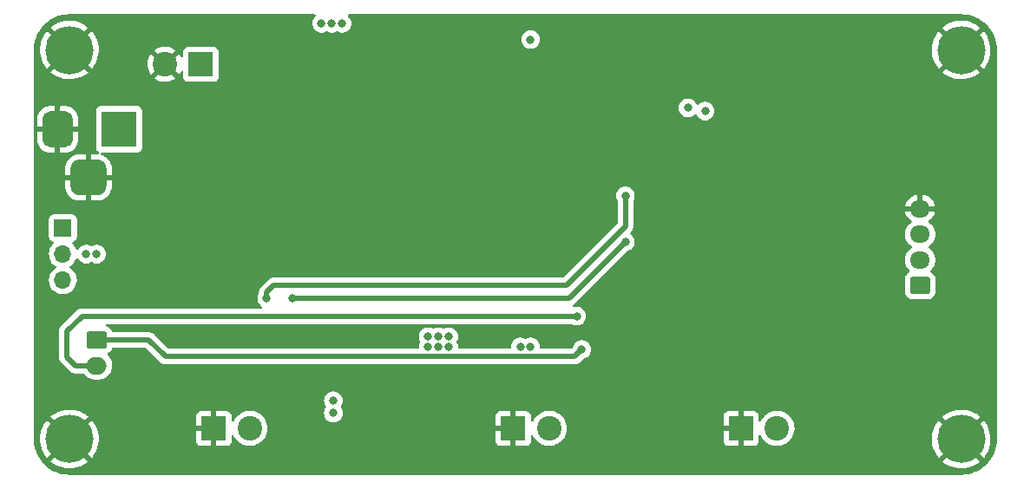
<source format=gbr>
G04 #@! TF.GenerationSoftware,KiCad,Pcbnew,6.0.5-a6ca702e91~116~ubuntu21.10.1*
G04 #@! TF.CreationDate,2022-06-17T14:08:51+02:00*
G04 #@! TF.ProjectId,PowerDistribution,506f7765-7244-4697-9374-726962757469,v1.0.0-RC2*
G04 #@! TF.SameCoordinates,Original*
G04 #@! TF.FileFunction,Copper,L4,Bot*
G04 #@! TF.FilePolarity,Positive*
%FSLAX46Y46*%
G04 Gerber Fmt 4.6, Leading zero omitted, Abs format (unit mm)*
G04 Created by KiCad (PCBNEW 6.0.5-a6ca702e91~116~ubuntu21.10.1) date 2022-06-17 14:08:51*
%MOMM*%
%LPD*%
G01*
G04 APERTURE LIST*
G04 #@! TA.AperFunction,ComponentPad*
%ADD10O,2.000000X1.700000*%
G04 #@! TD*
G04 #@! TA.AperFunction,ComponentPad*
%ADD11R,1.700000X1.700000*%
G04 #@! TD*
G04 #@! TA.AperFunction,ComponentPad*
%ADD12O,1.700000X1.700000*%
G04 #@! TD*
G04 #@! TA.AperFunction,ComponentPad*
%ADD13R,2.400000X2.400000*%
G04 #@! TD*
G04 #@! TA.AperFunction,ComponentPad*
%ADD14C,2.400000*%
G04 #@! TD*
G04 #@! TA.AperFunction,ComponentPad*
%ADD15O,1.950000X1.700000*%
G04 #@! TD*
G04 #@! TA.AperFunction,ComponentPad*
%ADD16R,3.500000X3.500000*%
G04 #@! TD*
G04 #@! TA.AperFunction,ComponentPad*
%ADD17C,4.700000*%
G04 #@! TD*
G04 #@! TA.AperFunction,ViaPad*
%ADD18C,0.800000*%
G04 #@! TD*
G04 #@! TA.AperFunction,Conductor*
%ADD19C,0.500000*%
G04 #@! TD*
G04 APERTURE END LIST*
G04 #@! TA.AperFunction,ComponentPad*
G36*
G01*
X25920000Y-51474000D02*
X27420000Y-51474000D01*
G75*
G02*
X27670000Y-51724000I0J-250000D01*
G01*
X27670000Y-52924000D01*
G75*
G02*
X27420000Y-53174000I-250000J0D01*
G01*
X25920000Y-53174000D01*
G75*
G02*
X25670000Y-52924000I0J250000D01*
G01*
X25670000Y-51724000D01*
G75*
G02*
X25920000Y-51474000I250000J0D01*
G01*
G37*
G04 #@! TD.AperFunction*
D10*
X26670000Y-54824000D03*
D11*
X23368000Y-41402000D03*
D12*
X23368000Y-43942000D03*
X23368000Y-46482000D03*
D13*
X38100000Y-60960000D03*
D14*
X41600000Y-60960000D03*
G04 #@! TA.AperFunction,ComponentPad*
G36*
G01*
X107725000Y-47850000D02*
X106275000Y-47850000D01*
G75*
G02*
X106025000Y-47600000I0J250000D01*
G01*
X106025000Y-46400000D01*
G75*
G02*
X106275000Y-46150000I250000J0D01*
G01*
X107725000Y-46150000D01*
G75*
G02*
X107975000Y-46400000I0J-250000D01*
G01*
X107975000Y-47600000D01*
G75*
G02*
X107725000Y-47850000I-250000J0D01*
G01*
G37*
G04 #@! TD.AperFunction*
D15*
X107000000Y-44500000D03*
X107000000Y-42000000D03*
X107000000Y-39500000D03*
D16*
X28860000Y-31750000D03*
G04 #@! TA.AperFunction,ComponentPad*
G36*
G01*
X21360000Y-32750000D02*
X21360000Y-30750000D01*
G75*
G02*
X22110000Y-30000000I750000J0D01*
G01*
X23610000Y-30000000D01*
G75*
G02*
X24360000Y-30750000I0J-750000D01*
G01*
X24360000Y-32750000D01*
G75*
G02*
X23610000Y-33500000I-750000J0D01*
G01*
X22110000Y-33500000D01*
G75*
G02*
X21360000Y-32750000I0J750000D01*
G01*
G37*
G04 #@! TD.AperFunction*
G04 #@! TA.AperFunction,ComponentPad*
G36*
G01*
X24110000Y-37325000D02*
X24110000Y-35575000D01*
G75*
G02*
X24985000Y-34700000I875000J0D01*
G01*
X26735000Y-34700000D01*
G75*
G02*
X27610000Y-35575000I0J-875000D01*
G01*
X27610000Y-37325000D01*
G75*
G02*
X26735000Y-38200000I-875000J0D01*
G01*
X24985000Y-38200000D01*
G75*
G02*
X24110000Y-37325000I0J875000D01*
G01*
G37*
G04 #@! TD.AperFunction*
D13*
X89535000Y-60960000D03*
D14*
X93035000Y-60960000D03*
D13*
X67310000Y-60960000D03*
D14*
X70810000Y-60960000D03*
D17*
X24000000Y-62000000D03*
X111000000Y-62000000D03*
X111000000Y-24000000D03*
X24000000Y-24000000D03*
D13*
X36830000Y-25400000D03*
D14*
X33330000Y-25400000D03*
D18*
X59250000Y-31250000D03*
X79500000Y-49500000D03*
X62250000Y-31250000D03*
X45800000Y-31400000D03*
X61250000Y-31250000D03*
X60250000Y-31250000D03*
X79500000Y-46500000D03*
X102000000Y-48500000D03*
X59000000Y-36000000D03*
X50600000Y-21400000D03*
X26670000Y-43942000D03*
X48600000Y-21400000D03*
X49750000Y-58250000D03*
X49750000Y-59470000D03*
X49600000Y-21400000D03*
X25653994Y-43942000D03*
X60000000Y-52000000D03*
X68000000Y-53000000D03*
X59000000Y-53000000D03*
X60000000Y-53000000D03*
X59000000Y-52000000D03*
X61000000Y-53000000D03*
X61000000Y-52000000D03*
X69000000Y-53000000D03*
X69000000Y-23000000D03*
X74000000Y-53250000D03*
X73500000Y-50000000D03*
X86025000Y-29975000D03*
X84350000Y-29650000D03*
X78250410Y-42749590D03*
X45749996Y-48250000D03*
X78250000Y-38250000D03*
X43249985Y-48249985D03*
D19*
X74000000Y-53250000D02*
X73299999Y-53950001D01*
X31750000Y-52324000D02*
X26670000Y-52324000D01*
X33376001Y-53950001D02*
X31750000Y-52324000D01*
X73299999Y-53950001D02*
X33376001Y-53950001D01*
X73500000Y-50000000D02*
X42500000Y-50000000D01*
X23750000Y-54000000D02*
X23750000Y-51500000D01*
X26670000Y-54824000D02*
X24574000Y-54824000D01*
X25250000Y-50000000D02*
X42500000Y-50000000D01*
X24574000Y-54824000D02*
X23750000Y-54000000D01*
X23750000Y-51500000D02*
X25250000Y-50000000D01*
X78250410Y-42749590D02*
X72750000Y-48250000D01*
X72750000Y-48250000D02*
X45749996Y-48250000D01*
X43249985Y-47684300D02*
X43249985Y-48249985D01*
X43934285Y-47000000D02*
X43249985Y-47684300D01*
X78250000Y-41250000D02*
X72500000Y-47000000D01*
X78250000Y-38250000D02*
X78250000Y-41250000D01*
X72500000Y-47000000D02*
X43934285Y-47000000D01*
G04 #@! TA.AperFunction,Conductor*
G36*
X47965813Y-20528502D02*
G01*
X48012306Y-20582158D01*
X48022410Y-20652432D01*
X47992916Y-20717012D01*
X47989184Y-20720817D01*
X47988747Y-20721134D01*
X47860960Y-20863056D01*
X47765473Y-21028444D01*
X47706458Y-21210072D01*
X47705768Y-21216633D01*
X47705768Y-21216635D01*
X47702914Y-21243792D01*
X47686496Y-21400000D01*
X47706458Y-21589928D01*
X47765473Y-21771556D01*
X47768776Y-21777278D01*
X47768777Y-21777279D01*
X47792882Y-21819030D01*
X47860960Y-21936944D01*
X47988747Y-22078866D01*
X48008025Y-22092872D01*
X48123229Y-22176573D01*
X48143248Y-22191118D01*
X48149276Y-22193802D01*
X48149278Y-22193803D01*
X48311681Y-22266109D01*
X48317712Y-22268794D01*
X48411112Y-22288647D01*
X48498056Y-22307128D01*
X48498061Y-22307128D01*
X48504513Y-22308500D01*
X48695487Y-22308500D01*
X48701939Y-22307128D01*
X48701944Y-22307128D01*
X48788888Y-22288647D01*
X48882288Y-22268794D01*
X49048752Y-22194680D01*
X49119118Y-22185246D01*
X49151247Y-22194680D01*
X49317712Y-22268794D01*
X49411112Y-22288647D01*
X49498056Y-22307128D01*
X49498061Y-22307128D01*
X49504513Y-22308500D01*
X49695487Y-22308500D01*
X49701939Y-22307128D01*
X49701944Y-22307128D01*
X49788888Y-22288647D01*
X49882288Y-22268794D01*
X50048752Y-22194680D01*
X50119118Y-22185246D01*
X50151247Y-22194680D01*
X50317712Y-22268794D01*
X50411112Y-22288647D01*
X50498056Y-22307128D01*
X50498061Y-22307128D01*
X50504513Y-22308500D01*
X50695487Y-22308500D01*
X50701939Y-22307128D01*
X50701944Y-22307128D01*
X50788888Y-22288647D01*
X50882288Y-22268794D01*
X50888319Y-22266109D01*
X51050722Y-22193803D01*
X51050724Y-22193802D01*
X51056752Y-22191118D01*
X51076772Y-22176573D01*
X51191975Y-22092872D01*
X51211253Y-22078866D01*
X51339040Y-21936944D01*
X51407118Y-21819030D01*
X51413624Y-21807762D01*
X109171846Y-21807762D01*
X109178241Y-21819030D01*
X110987190Y-23627980D01*
X111001131Y-23635592D01*
X111002966Y-23635461D01*
X111009580Y-23631210D01*
X112820675Y-21820114D01*
X112828067Y-21806577D01*
X112821279Y-21796875D01*
X112733637Y-21722022D01*
X112727849Y-21717629D01*
X112460314Y-21537852D01*
X112454091Y-21534172D01*
X112167643Y-21386325D01*
X112161032Y-21383382D01*
X111859507Y-21269445D01*
X111852581Y-21267274D01*
X111539957Y-21188749D01*
X111532850Y-21187393D01*
X111213273Y-21145319D01*
X111206031Y-21144788D01*
X110883759Y-21139725D01*
X110876497Y-21140029D01*
X110555761Y-21172043D01*
X110548613Y-21173175D01*
X110233670Y-21241844D01*
X110226692Y-21243792D01*
X109921727Y-21348205D01*
X109915033Y-21350937D01*
X109624090Y-21489710D01*
X109617735Y-21493204D01*
X109344694Y-21664482D01*
X109338766Y-21668694D01*
X109180316Y-21795636D01*
X109171846Y-21807762D01*
X51413624Y-21807762D01*
X51431223Y-21777279D01*
X51431224Y-21777278D01*
X51434527Y-21771556D01*
X51493542Y-21589928D01*
X51513504Y-21400000D01*
X51497086Y-21243792D01*
X51494232Y-21216635D01*
X51494232Y-21216633D01*
X51493542Y-21210072D01*
X51434527Y-21028444D01*
X51339040Y-20863056D01*
X51211253Y-20721134D01*
X51212816Y-20719727D01*
X51180758Y-20667689D01*
X51182110Y-20596705D01*
X51221625Y-20537721D01*
X51286756Y-20509464D01*
X51302308Y-20508500D01*
X110950633Y-20508500D01*
X110970018Y-20510000D01*
X110984852Y-20512310D01*
X110984855Y-20512310D01*
X110993724Y-20513691D01*
X111002627Y-20512527D01*
X111002628Y-20512527D01*
X111013076Y-20511161D01*
X111035594Y-20510249D01*
X111336051Y-20525010D01*
X111348345Y-20526221D01*
X111675034Y-20574680D01*
X111687156Y-20577090D01*
X111781196Y-20600646D01*
X112007523Y-20657339D01*
X112019355Y-20660928D01*
X112330311Y-20772190D01*
X112341735Y-20776922D01*
X112409500Y-20808972D01*
X112640292Y-20918128D01*
X112651188Y-20923953D01*
X112792101Y-21008412D01*
X112934467Y-21093744D01*
X112944748Y-21100614D01*
X112997893Y-21140029D01*
X113210017Y-21297350D01*
X113219556Y-21305177D01*
X113464282Y-21526985D01*
X113473015Y-21535718D01*
X113694823Y-21780444D01*
X113702650Y-21789983D01*
X113807403Y-21931226D01*
X113899386Y-22055252D01*
X113906256Y-22065533D01*
X114076045Y-22348807D01*
X114081872Y-22359708D01*
X114086375Y-22369229D01*
X114223078Y-22658265D01*
X114227810Y-22669689D01*
X114339072Y-22980645D01*
X114342661Y-22992477D01*
X114422909Y-23312841D01*
X114425320Y-23324966D01*
X114471378Y-23635461D01*
X114473779Y-23651650D01*
X114474990Y-23663949D01*
X114487676Y-23922145D01*
X114489390Y-23957034D01*
X114488042Y-23982598D01*
X114486309Y-23993724D01*
X114489026Y-24014502D01*
X114490436Y-24025283D01*
X114491500Y-24041621D01*
X114491500Y-61950633D01*
X114490000Y-61970018D01*
X114486309Y-61993724D01*
X114487473Y-62002627D01*
X114487473Y-62002628D01*
X114488839Y-62013076D01*
X114489751Y-62035594D01*
X114478454Y-62265558D01*
X114474991Y-62336045D01*
X114473779Y-62348345D01*
X114427028Y-62663525D01*
X114425321Y-62675031D01*
X114422909Y-62687159D01*
X114342661Y-63007523D01*
X114339072Y-63019355D01*
X114227810Y-63330311D01*
X114223078Y-63341735D01*
X114081874Y-63640288D01*
X114076045Y-63651193D01*
X113906256Y-63934467D01*
X113899386Y-63944748D01*
X113702650Y-64210017D01*
X113694823Y-64219556D01*
X113473020Y-64464277D01*
X113464282Y-64473015D01*
X113219556Y-64694823D01*
X113210017Y-64702650D01*
X113088330Y-64792899D01*
X112944748Y-64899386D01*
X112934467Y-64906256D01*
X112792101Y-64991588D01*
X112651188Y-65076047D01*
X112640292Y-65081872D01*
X112505870Y-65145448D01*
X112341735Y-65223078D01*
X112330311Y-65227810D01*
X112019355Y-65339072D01*
X112007523Y-65342661D01*
X111781196Y-65399354D01*
X111687156Y-65422910D01*
X111675034Y-65425320D01*
X111348345Y-65473779D01*
X111336051Y-65474990D01*
X111042961Y-65489390D01*
X111017402Y-65488042D01*
X111006276Y-65486309D01*
X110974714Y-65490436D01*
X110958379Y-65491500D01*
X24049367Y-65491500D01*
X24029982Y-65490000D01*
X24015148Y-65487690D01*
X24015145Y-65487690D01*
X24006276Y-65486309D01*
X23997373Y-65487473D01*
X23997372Y-65487473D01*
X23986924Y-65488839D01*
X23964406Y-65489751D01*
X23663949Y-65474990D01*
X23651655Y-65473779D01*
X23324966Y-65425320D01*
X23312844Y-65422910D01*
X23218804Y-65399354D01*
X22992477Y-65342661D01*
X22980645Y-65339072D01*
X22669689Y-65227810D01*
X22658265Y-65223078D01*
X22494130Y-65145448D01*
X22359708Y-65081872D01*
X22348812Y-65076047D01*
X22207899Y-64991588D01*
X22065533Y-64906256D01*
X22055252Y-64899386D01*
X21911670Y-64792899D01*
X21789983Y-64702650D01*
X21780444Y-64694823D01*
X21535718Y-64473015D01*
X21526980Y-64464277D01*
X21305177Y-64219556D01*
X21297350Y-64210017D01*
X21286578Y-64195492D01*
X22170049Y-64195492D01*
X22170067Y-64195745D01*
X22175981Y-64204488D01*
X22195672Y-64222405D01*
X22201304Y-64226966D01*
X22463062Y-64415058D01*
X22469192Y-64418948D01*
X22750831Y-64575706D01*
X22757351Y-64578858D01*
X23055151Y-64702211D01*
X23062002Y-64704597D01*
X23371989Y-64792899D01*
X23379078Y-64794484D01*
X23697171Y-64846574D01*
X23704377Y-64847331D01*
X24026352Y-64862515D01*
X24033602Y-64862439D01*
X24355178Y-64840517D01*
X24362387Y-64839606D01*
X24679319Y-64780866D01*
X24686349Y-64779139D01*
X24994445Y-64684356D01*
X25001222Y-64681836D01*
X25296389Y-64552267D01*
X25302829Y-64548986D01*
X25581143Y-64386352D01*
X25587176Y-64382343D01*
X25821689Y-64206266D01*
X25829730Y-64195492D01*
X109170049Y-64195492D01*
X109170067Y-64195745D01*
X109175981Y-64204488D01*
X109195672Y-64222405D01*
X109201304Y-64226966D01*
X109463062Y-64415058D01*
X109469192Y-64418948D01*
X109750831Y-64575706D01*
X109757351Y-64578858D01*
X110055151Y-64702211D01*
X110062002Y-64704597D01*
X110371989Y-64792899D01*
X110379078Y-64794484D01*
X110697171Y-64846574D01*
X110704377Y-64847331D01*
X111026352Y-64862515D01*
X111033602Y-64862439D01*
X111355178Y-64840517D01*
X111362387Y-64839606D01*
X111679319Y-64780866D01*
X111686349Y-64779139D01*
X111994445Y-64684356D01*
X112001222Y-64681836D01*
X112296389Y-64552267D01*
X112302829Y-64548986D01*
X112581143Y-64386352D01*
X112587176Y-64382343D01*
X112821689Y-64206266D01*
X112830143Y-64194939D01*
X112823398Y-64182609D01*
X111012810Y-62372020D01*
X110998869Y-62364408D01*
X110997034Y-62364539D01*
X110990420Y-62368790D01*
X109177663Y-64181548D01*
X109170049Y-64195492D01*
X25829730Y-64195492D01*
X25830143Y-64194939D01*
X25823398Y-64182609D01*
X24012810Y-62372020D01*
X23998869Y-62364408D01*
X23997034Y-62364539D01*
X23990420Y-62368790D01*
X22177663Y-64181548D01*
X22170049Y-64195492D01*
X21286578Y-64195492D01*
X21100614Y-63944748D01*
X21093744Y-63934467D01*
X20923955Y-63651193D01*
X20918126Y-63640288D01*
X20776922Y-63341735D01*
X20772190Y-63330311D01*
X20660928Y-63019355D01*
X20657339Y-63007523D01*
X20577091Y-62687159D01*
X20574679Y-62675031D01*
X20572972Y-62663525D01*
X20526220Y-62348343D01*
X20525009Y-62336045D01*
X20521547Y-62265558D01*
X20518555Y-62204669D01*
X20510795Y-62046695D01*
X20512387Y-62019619D01*
X20513576Y-62012552D01*
X20513729Y-62000000D01*
X20509773Y-61972376D01*
X20508500Y-61954514D01*
X20508500Y-61913708D01*
X21138665Y-61913708D01*
X21147102Y-62235932D01*
X21147708Y-62243148D01*
X21193126Y-62562264D01*
X21194560Y-62569375D01*
X21276356Y-62881164D01*
X21278593Y-62888047D01*
X21395679Y-63188358D01*
X21398699Y-63194956D01*
X21549532Y-63479831D01*
X21553278Y-63486016D01*
X21735856Y-63751668D01*
X21740291Y-63757387D01*
X21795061Y-63820170D01*
X21808233Y-63828573D01*
X21818084Y-63822705D01*
X23627980Y-62012810D01*
X23634357Y-62001131D01*
X24364408Y-62001131D01*
X24364539Y-62002966D01*
X24368790Y-62009580D01*
X26179776Y-63820565D01*
X26193130Y-63827857D01*
X26203102Y-63820803D01*
X26296013Y-63709681D01*
X26300329Y-63703870D01*
X26477308Y-63434447D01*
X26480922Y-63428185D01*
X26625759Y-63140208D01*
X26628632Y-63133570D01*
X26739407Y-62830864D01*
X26741503Y-62823923D01*
X26816751Y-62510495D01*
X26818035Y-62503356D01*
X26854180Y-62204669D01*
X36392001Y-62204669D01*
X36392371Y-62211490D01*
X36397895Y-62262352D01*
X36401521Y-62277604D01*
X36446676Y-62398054D01*
X36455214Y-62413649D01*
X36531715Y-62515724D01*
X36544276Y-62528285D01*
X36646351Y-62604786D01*
X36661946Y-62613324D01*
X36782394Y-62658478D01*
X36797649Y-62662105D01*
X36848514Y-62667631D01*
X36855328Y-62668000D01*
X37827885Y-62668000D01*
X37843124Y-62663525D01*
X37844329Y-62662135D01*
X37846000Y-62654452D01*
X37846000Y-62649884D01*
X38354000Y-62649884D01*
X38358475Y-62665123D01*
X38359865Y-62666328D01*
X38367548Y-62667999D01*
X39344669Y-62667999D01*
X39351490Y-62667629D01*
X39402352Y-62662105D01*
X39417604Y-62658479D01*
X39538054Y-62613324D01*
X39553649Y-62604786D01*
X39655724Y-62528285D01*
X39668285Y-62515724D01*
X39744786Y-62413649D01*
X39753324Y-62398054D01*
X39798478Y-62277606D01*
X39802105Y-62262351D01*
X39807631Y-62211486D01*
X39808000Y-62204672D01*
X39808000Y-61735406D01*
X39828002Y-61667285D01*
X39881658Y-61620792D01*
X39951932Y-61610688D01*
X40016512Y-61640182D01*
X40044991Y-61675767D01*
X40155025Y-61880551D01*
X40157820Y-61884294D01*
X40157822Y-61884297D01*
X40304171Y-62080282D01*
X40304176Y-62080288D01*
X40306963Y-62084020D01*
X40310272Y-62087300D01*
X40310277Y-62087306D01*
X40467486Y-62243148D01*
X40487307Y-62262797D01*
X40491069Y-62265555D01*
X40491072Y-62265558D01*
X40671774Y-62398054D01*
X40692094Y-62412953D01*
X40696229Y-62415129D01*
X40696233Y-62415131D01*
X40814289Y-62477243D01*
X40916827Y-62531191D01*
X41005807Y-62562264D01*
X41152021Y-62613324D01*
X41156568Y-62614912D01*
X41406050Y-62662278D01*
X41526532Y-62667011D01*
X41655125Y-62672064D01*
X41655130Y-62672064D01*
X41659793Y-62672247D01*
X41758774Y-62661407D01*
X41907569Y-62645112D01*
X41907575Y-62645111D01*
X41912222Y-62644602D01*
X42021680Y-62615784D01*
X42153273Y-62581138D01*
X42157793Y-62579948D01*
X42319451Y-62510495D01*
X42386807Y-62481557D01*
X42386810Y-62481555D01*
X42391110Y-62479708D01*
X42395090Y-62477245D01*
X42395094Y-62477243D01*
X42603064Y-62348547D01*
X42603066Y-62348545D01*
X42607047Y-62346082D01*
X42618903Y-62336045D01*
X42774092Y-62204669D01*
X65602001Y-62204669D01*
X65602371Y-62211490D01*
X65607895Y-62262352D01*
X65611521Y-62277604D01*
X65656676Y-62398054D01*
X65665214Y-62413649D01*
X65741715Y-62515724D01*
X65754276Y-62528285D01*
X65856351Y-62604786D01*
X65871946Y-62613324D01*
X65992394Y-62658478D01*
X66007649Y-62662105D01*
X66058514Y-62667631D01*
X66065328Y-62668000D01*
X67037885Y-62668000D01*
X67053124Y-62663525D01*
X67054329Y-62662135D01*
X67056000Y-62654452D01*
X67056000Y-62649884D01*
X67564000Y-62649884D01*
X67568475Y-62665123D01*
X67569865Y-62666328D01*
X67577548Y-62667999D01*
X68554669Y-62667999D01*
X68561490Y-62667629D01*
X68612352Y-62662105D01*
X68627604Y-62658479D01*
X68748054Y-62613324D01*
X68763649Y-62604786D01*
X68865724Y-62528285D01*
X68878285Y-62515724D01*
X68954786Y-62413649D01*
X68963324Y-62398054D01*
X69008478Y-62277606D01*
X69012105Y-62262351D01*
X69017631Y-62211486D01*
X69018000Y-62204672D01*
X69018000Y-61735406D01*
X69038002Y-61667285D01*
X69091658Y-61620792D01*
X69161932Y-61610688D01*
X69226512Y-61640182D01*
X69254991Y-61675767D01*
X69365025Y-61880551D01*
X69367820Y-61884294D01*
X69367822Y-61884297D01*
X69514171Y-62080282D01*
X69514176Y-62080288D01*
X69516963Y-62084020D01*
X69520272Y-62087300D01*
X69520277Y-62087306D01*
X69677486Y-62243148D01*
X69697307Y-62262797D01*
X69701069Y-62265555D01*
X69701072Y-62265558D01*
X69881774Y-62398054D01*
X69902094Y-62412953D01*
X69906229Y-62415129D01*
X69906233Y-62415131D01*
X70024289Y-62477243D01*
X70126827Y-62531191D01*
X70215807Y-62562264D01*
X70362021Y-62613324D01*
X70366568Y-62614912D01*
X70616050Y-62662278D01*
X70736532Y-62667011D01*
X70865125Y-62672064D01*
X70865130Y-62672064D01*
X70869793Y-62672247D01*
X70968774Y-62661407D01*
X71117569Y-62645112D01*
X71117575Y-62645111D01*
X71122222Y-62644602D01*
X71231680Y-62615784D01*
X71363273Y-62581138D01*
X71367793Y-62579948D01*
X71529451Y-62510495D01*
X71596807Y-62481557D01*
X71596810Y-62481555D01*
X71601110Y-62479708D01*
X71605090Y-62477245D01*
X71605094Y-62477243D01*
X71813064Y-62348547D01*
X71813066Y-62348545D01*
X71817047Y-62346082D01*
X71828903Y-62336045D01*
X71984092Y-62204669D01*
X87827001Y-62204669D01*
X87827371Y-62211490D01*
X87832895Y-62262352D01*
X87836521Y-62277604D01*
X87881676Y-62398054D01*
X87890214Y-62413649D01*
X87966715Y-62515724D01*
X87979276Y-62528285D01*
X88081351Y-62604786D01*
X88096946Y-62613324D01*
X88217394Y-62658478D01*
X88232649Y-62662105D01*
X88283514Y-62667631D01*
X88290328Y-62668000D01*
X89262885Y-62668000D01*
X89278124Y-62663525D01*
X89279329Y-62662135D01*
X89281000Y-62654452D01*
X89281000Y-62649884D01*
X89789000Y-62649884D01*
X89793475Y-62665123D01*
X89794865Y-62666328D01*
X89802548Y-62667999D01*
X90779669Y-62667999D01*
X90786490Y-62667629D01*
X90837352Y-62662105D01*
X90852604Y-62658479D01*
X90973054Y-62613324D01*
X90988649Y-62604786D01*
X91090724Y-62528285D01*
X91103285Y-62515724D01*
X91179786Y-62413649D01*
X91188324Y-62398054D01*
X91233478Y-62277606D01*
X91237105Y-62262351D01*
X91242631Y-62211486D01*
X91243000Y-62204672D01*
X91243000Y-61735406D01*
X91263002Y-61667285D01*
X91316658Y-61620792D01*
X91386932Y-61610688D01*
X91451512Y-61640182D01*
X91479991Y-61675767D01*
X91590025Y-61880551D01*
X91592820Y-61884294D01*
X91592822Y-61884297D01*
X91739171Y-62080282D01*
X91739176Y-62080288D01*
X91741963Y-62084020D01*
X91745272Y-62087300D01*
X91745277Y-62087306D01*
X91902486Y-62243148D01*
X91922307Y-62262797D01*
X91926069Y-62265555D01*
X91926072Y-62265558D01*
X92106774Y-62398054D01*
X92127094Y-62412953D01*
X92131229Y-62415129D01*
X92131233Y-62415131D01*
X92249289Y-62477243D01*
X92351827Y-62531191D01*
X92440807Y-62562264D01*
X92587021Y-62613324D01*
X92591568Y-62614912D01*
X92841050Y-62662278D01*
X92961532Y-62667011D01*
X93090125Y-62672064D01*
X93090130Y-62672064D01*
X93094793Y-62672247D01*
X93193774Y-62661407D01*
X93342569Y-62645112D01*
X93342575Y-62645111D01*
X93347222Y-62644602D01*
X93456680Y-62615784D01*
X93588273Y-62581138D01*
X93592793Y-62579948D01*
X93754451Y-62510495D01*
X93821807Y-62481557D01*
X93821810Y-62481555D01*
X93826110Y-62479708D01*
X93830090Y-62477245D01*
X93830094Y-62477243D01*
X94038064Y-62348547D01*
X94038066Y-62348545D01*
X94042047Y-62346082D01*
X94053903Y-62336045D01*
X94232289Y-62185031D01*
X94232291Y-62185029D01*
X94235862Y-62182006D01*
X94403295Y-61991084D01*
X94415329Y-61972376D01*
X94453065Y-61913708D01*
X108138665Y-61913708D01*
X108147102Y-62235932D01*
X108147708Y-62243148D01*
X108193126Y-62562264D01*
X108194560Y-62569375D01*
X108276356Y-62881164D01*
X108278593Y-62888047D01*
X108395679Y-63188358D01*
X108398699Y-63194956D01*
X108549532Y-63479831D01*
X108553278Y-63486016D01*
X108735856Y-63751668D01*
X108740291Y-63757387D01*
X108795061Y-63820170D01*
X108808233Y-63828573D01*
X108818084Y-63822705D01*
X110627980Y-62012810D01*
X110634357Y-62001131D01*
X111364408Y-62001131D01*
X111364539Y-62002966D01*
X111368790Y-62009580D01*
X113179776Y-63820565D01*
X113193130Y-63827857D01*
X113203102Y-63820803D01*
X113296013Y-63709681D01*
X113300329Y-63703870D01*
X113477308Y-63434447D01*
X113480922Y-63428185D01*
X113625759Y-63140208D01*
X113628632Y-63133570D01*
X113739407Y-62830864D01*
X113741503Y-62823923D01*
X113816751Y-62510495D01*
X113818035Y-62503356D01*
X113856858Y-62182538D01*
X113857282Y-62176968D01*
X113862755Y-62002797D01*
X113862682Y-61997204D01*
X113844079Y-61674573D01*
X113843247Y-61667383D01*
X113787828Y-61349840D01*
X113786173Y-61342785D01*
X113694627Y-61033733D01*
X113692170Y-61026908D01*
X113565706Y-60730417D01*
X113562485Y-60723928D01*
X113402773Y-60443924D01*
X113398841Y-60437869D01*
X113208003Y-60178075D01*
X113206760Y-60176573D01*
X113194037Y-60169007D01*
X113193431Y-60169028D01*
X113184951Y-60174260D01*
X111372020Y-61987190D01*
X111364408Y-62001131D01*
X110634357Y-62001131D01*
X110635592Y-61998869D01*
X110635461Y-61997034D01*
X110631210Y-61990420D01*
X108819218Y-60178429D01*
X108806425Y-60171443D01*
X108795671Y-60179308D01*
X108651419Y-60363280D01*
X108647284Y-60369229D01*
X108478856Y-60644078D01*
X108475445Y-60650439D01*
X108339724Y-60942826D01*
X108337056Y-60949564D01*
X108235845Y-61255596D01*
X108233969Y-61262600D01*
X108168604Y-61578237D01*
X108167547Y-61585398D01*
X108138893Y-61906455D01*
X108138665Y-61913708D01*
X94453065Y-61913708D01*
X94538141Y-61781442D01*
X94540669Y-61777512D01*
X94644967Y-61545980D01*
X94713896Y-61301575D01*
X94745943Y-61049667D01*
X94748291Y-60960000D01*
X94729472Y-60706759D01*
X94727974Y-60700135D01*
X94674459Y-60463639D01*
X94673428Y-60459082D01*
X94671735Y-60454728D01*
X94583084Y-60226762D01*
X94583083Y-60226760D01*
X94581391Y-60222409D01*
X94560866Y-60186498D01*
X94457702Y-60005997D01*
X94457700Y-60005995D01*
X94455383Y-60001940D01*
X94302306Y-59807762D01*
X109171846Y-59807762D01*
X109178241Y-59819030D01*
X110987190Y-61627980D01*
X111001131Y-61635592D01*
X111002966Y-61635461D01*
X111009580Y-61631210D01*
X112820675Y-59820114D01*
X112828067Y-59806577D01*
X112821279Y-59796875D01*
X112733637Y-59722022D01*
X112727849Y-59717629D01*
X112460314Y-59537852D01*
X112454091Y-59534172D01*
X112167643Y-59386325D01*
X112161032Y-59383382D01*
X111859507Y-59269445D01*
X111852581Y-59267274D01*
X111539957Y-59188749D01*
X111532850Y-59187393D01*
X111213273Y-59145319D01*
X111206031Y-59144788D01*
X110883759Y-59139725D01*
X110876497Y-59140029D01*
X110555761Y-59172043D01*
X110548613Y-59173175D01*
X110233670Y-59241844D01*
X110226692Y-59243792D01*
X109921727Y-59348205D01*
X109915033Y-59350937D01*
X109624090Y-59489710D01*
X109617735Y-59493204D01*
X109344694Y-59664482D01*
X109338766Y-59668694D01*
X109180316Y-59795636D01*
X109171846Y-59807762D01*
X94302306Y-59807762D01*
X94298171Y-59802517D01*
X94155912Y-59668694D01*
X94116610Y-59631722D01*
X94116608Y-59631720D01*
X94113209Y-59628523D01*
X93982507Y-59537852D01*
X93908393Y-59486437D01*
X93908390Y-59486435D01*
X93904561Y-59483779D01*
X93900384Y-59481719D01*
X93900377Y-59481715D01*
X93680996Y-59373528D01*
X93680992Y-59373527D01*
X93676810Y-59371464D01*
X93434960Y-59294047D01*
X93389448Y-59286635D01*
X93188935Y-59253980D01*
X93188934Y-59253980D01*
X93184323Y-59253229D01*
X93057364Y-59251567D01*
X92935083Y-59249966D01*
X92935080Y-59249966D01*
X92930406Y-59249905D01*
X92678787Y-59284149D01*
X92674301Y-59285457D01*
X92674299Y-59285457D01*
X92647401Y-59293297D01*
X92434993Y-59355208D01*
X92204380Y-59461522D01*
X92200471Y-59464085D01*
X91995928Y-59598189D01*
X91995923Y-59598193D01*
X91992015Y-59600755D01*
X91928272Y-59657648D01*
X91856147Y-59722022D01*
X91802562Y-59769848D01*
X91640183Y-59965087D01*
X91508447Y-60182182D01*
X91506638Y-60186496D01*
X91506637Y-60186498D01*
X91485196Y-60237629D01*
X91440407Y-60292715D01*
X91372946Y-60314841D01*
X91304233Y-60296983D01*
X91256081Y-60244810D01*
X91242999Y-60188903D01*
X91242999Y-59715331D01*
X91242629Y-59708510D01*
X91237105Y-59657648D01*
X91233479Y-59642396D01*
X91188324Y-59521946D01*
X91179786Y-59506351D01*
X91103285Y-59404276D01*
X91090724Y-59391715D01*
X90988649Y-59315214D01*
X90973054Y-59306676D01*
X90852606Y-59261522D01*
X90837351Y-59257895D01*
X90786486Y-59252369D01*
X90779672Y-59252000D01*
X89807115Y-59252000D01*
X89791876Y-59256475D01*
X89790671Y-59257865D01*
X89789000Y-59265548D01*
X89789000Y-62649884D01*
X89281000Y-62649884D01*
X89281000Y-61232115D01*
X89276525Y-61216876D01*
X89275135Y-61215671D01*
X89267452Y-61214000D01*
X87845116Y-61214000D01*
X87829877Y-61218475D01*
X87828672Y-61219865D01*
X87827001Y-61227548D01*
X87827001Y-62204669D01*
X71984092Y-62204669D01*
X72007289Y-62185031D01*
X72007291Y-62185029D01*
X72010862Y-62182006D01*
X72178295Y-61991084D01*
X72190329Y-61972376D01*
X72313141Y-61781442D01*
X72315669Y-61777512D01*
X72419967Y-61545980D01*
X72488896Y-61301575D01*
X72520943Y-61049667D01*
X72523291Y-60960000D01*
X72504472Y-60706759D01*
X72502974Y-60700135D01*
X72500202Y-60687885D01*
X87827000Y-60687885D01*
X87831475Y-60703124D01*
X87832865Y-60704329D01*
X87840548Y-60706000D01*
X89262885Y-60706000D01*
X89278124Y-60701525D01*
X89279329Y-60700135D01*
X89281000Y-60692452D01*
X89281000Y-59270116D01*
X89276525Y-59254877D01*
X89275135Y-59253672D01*
X89267452Y-59252001D01*
X88290331Y-59252001D01*
X88283510Y-59252371D01*
X88232648Y-59257895D01*
X88217396Y-59261521D01*
X88096946Y-59306676D01*
X88081351Y-59315214D01*
X87979276Y-59391715D01*
X87966715Y-59404276D01*
X87890214Y-59506351D01*
X87881676Y-59521946D01*
X87836522Y-59642394D01*
X87832895Y-59657649D01*
X87827369Y-59708514D01*
X87827000Y-59715328D01*
X87827000Y-60687885D01*
X72500202Y-60687885D01*
X72449459Y-60463639D01*
X72448428Y-60459082D01*
X72446735Y-60454728D01*
X72358084Y-60226762D01*
X72358083Y-60226760D01*
X72356391Y-60222409D01*
X72335866Y-60186498D01*
X72232702Y-60005997D01*
X72232700Y-60005995D01*
X72230383Y-60001940D01*
X72073171Y-59802517D01*
X71930912Y-59668694D01*
X71891610Y-59631722D01*
X71891608Y-59631720D01*
X71888209Y-59628523D01*
X71757507Y-59537852D01*
X71683393Y-59486437D01*
X71683390Y-59486435D01*
X71679561Y-59483779D01*
X71675384Y-59481719D01*
X71675377Y-59481715D01*
X71455996Y-59373528D01*
X71455992Y-59373527D01*
X71451810Y-59371464D01*
X71209960Y-59294047D01*
X71164448Y-59286635D01*
X70963935Y-59253980D01*
X70963934Y-59253980D01*
X70959323Y-59253229D01*
X70832364Y-59251567D01*
X70710083Y-59249966D01*
X70710080Y-59249966D01*
X70705406Y-59249905D01*
X70453787Y-59284149D01*
X70449301Y-59285457D01*
X70449299Y-59285457D01*
X70422401Y-59293297D01*
X70209993Y-59355208D01*
X69979380Y-59461522D01*
X69975471Y-59464085D01*
X69770928Y-59598189D01*
X69770923Y-59598193D01*
X69767015Y-59600755D01*
X69703272Y-59657648D01*
X69631147Y-59722022D01*
X69577562Y-59769848D01*
X69415183Y-59965087D01*
X69283447Y-60182182D01*
X69281638Y-60186496D01*
X69281637Y-60186498D01*
X69260196Y-60237629D01*
X69215407Y-60292715D01*
X69147946Y-60314841D01*
X69079233Y-60296983D01*
X69031081Y-60244810D01*
X69017999Y-60188903D01*
X69017999Y-59715331D01*
X69017629Y-59708510D01*
X69012105Y-59657648D01*
X69008479Y-59642396D01*
X68963324Y-59521946D01*
X68954786Y-59506351D01*
X68878285Y-59404276D01*
X68865724Y-59391715D01*
X68763649Y-59315214D01*
X68748054Y-59306676D01*
X68627606Y-59261522D01*
X68612351Y-59257895D01*
X68561486Y-59252369D01*
X68554672Y-59252000D01*
X67582115Y-59252000D01*
X67566876Y-59256475D01*
X67565671Y-59257865D01*
X67564000Y-59265548D01*
X67564000Y-62649884D01*
X67056000Y-62649884D01*
X67056000Y-61232115D01*
X67051525Y-61216876D01*
X67050135Y-61215671D01*
X67042452Y-61214000D01*
X65620116Y-61214000D01*
X65604877Y-61218475D01*
X65603672Y-61219865D01*
X65602001Y-61227548D01*
X65602001Y-62204669D01*
X42774092Y-62204669D01*
X42797289Y-62185031D01*
X42797291Y-62185029D01*
X42800862Y-62182006D01*
X42968295Y-61991084D01*
X42980329Y-61972376D01*
X43103141Y-61781442D01*
X43105669Y-61777512D01*
X43209967Y-61545980D01*
X43278896Y-61301575D01*
X43310943Y-61049667D01*
X43313291Y-60960000D01*
X43294472Y-60706759D01*
X43292974Y-60700135D01*
X43290202Y-60687885D01*
X65602000Y-60687885D01*
X65606475Y-60703124D01*
X65607865Y-60704329D01*
X65615548Y-60706000D01*
X67037885Y-60706000D01*
X67053124Y-60701525D01*
X67054329Y-60700135D01*
X67056000Y-60692452D01*
X67056000Y-59270116D01*
X67051525Y-59254877D01*
X67050135Y-59253672D01*
X67042452Y-59252001D01*
X66065331Y-59252001D01*
X66058510Y-59252371D01*
X66007648Y-59257895D01*
X65992396Y-59261521D01*
X65871946Y-59306676D01*
X65856351Y-59315214D01*
X65754276Y-59391715D01*
X65741715Y-59404276D01*
X65665214Y-59506351D01*
X65656676Y-59521946D01*
X65611522Y-59642394D01*
X65607895Y-59657649D01*
X65602369Y-59708514D01*
X65602000Y-59715328D01*
X65602000Y-60687885D01*
X43290202Y-60687885D01*
X43239459Y-60463639D01*
X43238428Y-60459082D01*
X43236735Y-60454728D01*
X43148084Y-60226762D01*
X43148083Y-60226760D01*
X43146391Y-60222409D01*
X43125866Y-60186498D01*
X43022702Y-60005997D01*
X43022700Y-60005995D01*
X43020383Y-60001940D01*
X42863171Y-59802517D01*
X42720912Y-59668694D01*
X42681610Y-59631722D01*
X42681608Y-59631720D01*
X42678209Y-59628523D01*
X42547507Y-59537852D01*
X42473393Y-59486437D01*
X42473390Y-59486435D01*
X42469561Y-59483779D01*
X42465384Y-59481719D01*
X42465377Y-59481715D01*
X42441621Y-59470000D01*
X48836496Y-59470000D01*
X48856458Y-59659928D01*
X48915473Y-59841556D01*
X49010960Y-60006944D01*
X49138747Y-60148866D01*
X49293248Y-60261118D01*
X49299276Y-60263802D01*
X49299278Y-60263803D01*
X49413912Y-60314841D01*
X49467712Y-60338794D01*
X49561112Y-60358647D01*
X49648056Y-60377128D01*
X49648061Y-60377128D01*
X49654513Y-60378500D01*
X49845487Y-60378500D01*
X49851939Y-60377128D01*
X49851944Y-60377128D01*
X49938888Y-60358647D01*
X50032288Y-60338794D01*
X50086088Y-60314841D01*
X50200722Y-60263803D01*
X50200724Y-60263802D01*
X50206752Y-60261118D01*
X50361253Y-60148866D01*
X50489040Y-60006944D01*
X50584527Y-59841556D01*
X50643542Y-59659928D01*
X50663504Y-59470000D01*
X50646338Y-59306676D01*
X50644232Y-59286635D01*
X50644232Y-59286633D01*
X50643542Y-59280072D01*
X50584527Y-59098444D01*
X50489040Y-58933056D01*
X50488241Y-58932169D01*
X50465058Y-58867192D01*
X50481139Y-58798041D01*
X50486353Y-58789929D01*
X50489040Y-58786944D01*
X50584527Y-58621556D01*
X50643542Y-58439928D01*
X50663504Y-58250000D01*
X50643542Y-58060072D01*
X50584527Y-57878444D01*
X50489040Y-57713056D01*
X50361253Y-57571134D01*
X50206752Y-57458882D01*
X50200724Y-57456198D01*
X50200722Y-57456197D01*
X50038319Y-57383891D01*
X50038318Y-57383891D01*
X50032288Y-57381206D01*
X49938888Y-57361353D01*
X49851944Y-57342872D01*
X49851939Y-57342872D01*
X49845487Y-57341500D01*
X49654513Y-57341500D01*
X49648061Y-57342872D01*
X49648056Y-57342872D01*
X49561112Y-57361353D01*
X49467712Y-57381206D01*
X49461682Y-57383891D01*
X49461681Y-57383891D01*
X49299278Y-57456197D01*
X49299276Y-57456198D01*
X49293248Y-57458882D01*
X49138747Y-57571134D01*
X49010960Y-57713056D01*
X48915473Y-57878444D01*
X48856458Y-58060072D01*
X48836496Y-58250000D01*
X48856458Y-58439928D01*
X48915473Y-58621556D01*
X49010960Y-58786944D01*
X49011759Y-58787831D01*
X49034942Y-58852808D01*
X49018861Y-58921959D01*
X49013647Y-58930071D01*
X49010960Y-58933056D01*
X48915473Y-59098444D01*
X48856458Y-59280072D01*
X48855768Y-59286633D01*
X48855768Y-59286635D01*
X48853662Y-59306676D01*
X48836496Y-59470000D01*
X42441621Y-59470000D01*
X42245996Y-59373528D01*
X42245992Y-59373527D01*
X42241810Y-59371464D01*
X41999960Y-59294047D01*
X41954448Y-59286635D01*
X41753935Y-59253980D01*
X41753934Y-59253980D01*
X41749323Y-59253229D01*
X41622364Y-59251567D01*
X41500083Y-59249966D01*
X41500080Y-59249966D01*
X41495406Y-59249905D01*
X41243787Y-59284149D01*
X41239301Y-59285457D01*
X41239299Y-59285457D01*
X41212401Y-59293297D01*
X40999993Y-59355208D01*
X40769380Y-59461522D01*
X40765471Y-59464085D01*
X40560928Y-59598189D01*
X40560923Y-59598193D01*
X40557015Y-59600755D01*
X40493272Y-59657648D01*
X40421147Y-59722022D01*
X40367562Y-59769848D01*
X40205183Y-59965087D01*
X40073447Y-60182182D01*
X40071638Y-60186496D01*
X40071637Y-60186498D01*
X40050196Y-60237629D01*
X40005407Y-60292715D01*
X39937946Y-60314841D01*
X39869233Y-60296983D01*
X39821081Y-60244810D01*
X39807999Y-60188903D01*
X39807999Y-59715331D01*
X39807629Y-59708510D01*
X39802105Y-59657648D01*
X39798479Y-59642396D01*
X39753324Y-59521946D01*
X39744786Y-59506351D01*
X39668285Y-59404276D01*
X39655724Y-59391715D01*
X39553649Y-59315214D01*
X39538054Y-59306676D01*
X39417606Y-59261522D01*
X39402351Y-59257895D01*
X39351486Y-59252369D01*
X39344672Y-59252000D01*
X38372115Y-59252000D01*
X38356876Y-59256475D01*
X38355671Y-59257865D01*
X38354000Y-59265548D01*
X38354000Y-62649884D01*
X37846000Y-62649884D01*
X37846000Y-61232115D01*
X37841525Y-61216876D01*
X37840135Y-61215671D01*
X37832452Y-61214000D01*
X36410116Y-61214000D01*
X36394877Y-61218475D01*
X36393672Y-61219865D01*
X36392001Y-61227548D01*
X36392001Y-62204669D01*
X26854180Y-62204669D01*
X26856858Y-62182538D01*
X26857282Y-62176968D01*
X26862755Y-62002797D01*
X26862682Y-61997204D01*
X26844079Y-61674573D01*
X26843247Y-61667383D01*
X26787828Y-61349840D01*
X26786173Y-61342785D01*
X26694627Y-61033733D01*
X26692170Y-61026908D01*
X26565706Y-60730417D01*
X26562485Y-60723928D01*
X26541926Y-60687885D01*
X36392000Y-60687885D01*
X36396475Y-60703124D01*
X36397865Y-60704329D01*
X36405548Y-60706000D01*
X37827885Y-60706000D01*
X37843124Y-60701525D01*
X37844329Y-60700135D01*
X37846000Y-60692452D01*
X37846000Y-59270116D01*
X37841525Y-59254877D01*
X37840135Y-59253672D01*
X37832452Y-59252001D01*
X36855331Y-59252001D01*
X36848510Y-59252371D01*
X36797648Y-59257895D01*
X36782396Y-59261521D01*
X36661946Y-59306676D01*
X36646351Y-59315214D01*
X36544276Y-59391715D01*
X36531715Y-59404276D01*
X36455214Y-59506351D01*
X36446676Y-59521946D01*
X36401522Y-59642394D01*
X36397895Y-59657649D01*
X36392369Y-59708514D01*
X36392000Y-59715328D01*
X36392000Y-60687885D01*
X26541926Y-60687885D01*
X26402773Y-60443924D01*
X26398841Y-60437869D01*
X26208003Y-60178075D01*
X26206760Y-60176573D01*
X26194037Y-60169007D01*
X26193431Y-60169028D01*
X26184951Y-60174260D01*
X24372020Y-61987190D01*
X24364408Y-62001131D01*
X23634357Y-62001131D01*
X23635592Y-61998869D01*
X23635461Y-61997034D01*
X23631210Y-61990420D01*
X21819218Y-60178429D01*
X21806425Y-60171443D01*
X21795671Y-60179308D01*
X21651419Y-60363280D01*
X21647284Y-60369229D01*
X21478856Y-60644078D01*
X21475445Y-60650439D01*
X21339724Y-60942826D01*
X21337056Y-60949564D01*
X21235845Y-61255596D01*
X21233969Y-61262600D01*
X21168604Y-61578237D01*
X21167547Y-61585398D01*
X21138893Y-61906455D01*
X21138665Y-61913708D01*
X20508500Y-61913708D01*
X20508500Y-59807762D01*
X22171846Y-59807762D01*
X22178241Y-59819030D01*
X23987190Y-61627980D01*
X24001131Y-61635592D01*
X24002966Y-61635461D01*
X24009580Y-61631210D01*
X25820675Y-59820114D01*
X25828067Y-59806577D01*
X25821279Y-59796875D01*
X25733637Y-59722022D01*
X25727849Y-59717629D01*
X25460314Y-59537852D01*
X25454091Y-59534172D01*
X25167643Y-59386325D01*
X25161032Y-59383382D01*
X24859507Y-59269445D01*
X24852581Y-59267274D01*
X24539957Y-59188749D01*
X24532850Y-59187393D01*
X24213273Y-59145319D01*
X24206031Y-59144788D01*
X23883759Y-59139725D01*
X23876497Y-59140029D01*
X23555761Y-59172043D01*
X23548613Y-59173175D01*
X23233670Y-59241844D01*
X23226692Y-59243792D01*
X22921727Y-59348205D01*
X22915033Y-59350937D01*
X22624090Y-59489710D01*
X22617735Y-59493204D01*
X22344694Y-59664482D01*
X22338766Y-59668694D01*
X22180316Y-59795636D01*
X22171846Y-59807762D01*
X20508500Y-59807762D01*
X20508500Y-53973349D01*
X22986801Y-53973349D01*
X22987394Y-53980641D01*
X22987394Y-53980644D01*
X22991085Y-54026018D01*
X22991500Y-54036233D01*
X22991500Y-54044293D01*
X22991925Y-54047937D01*
X22994789Y-54072507D01*
X22995222Y-54076882D01*
X23000353Y-54139957D01*
X23001140Y-54149637D01*
X23003396Y-54156601D01*
X23004587Y-54162560D01*
X23005971Y-54168415D01*
X23006818Y-54175681D01*
X23031735Y-54244327D01*
X23033152Y-54248455D01*
X23055649Y-54317899D01*
X23059445Y-54324154D01*
X23061951Y-54329628D01*
X23064670Y-54335058D01*
X23067167Y-54341937D01*
X23071180Y-54348057D01*
X23071180Y-54348058D01*
X23107186Y-54402976D01*
X23109523Y-54406680D01*
X23147405Y-54469107D01*
X23151121Y-54473315D01*
X23151122Y-54473316D01*
X23154803Y-54477484D01*
X23154776Y-54477508D01*
X23157429Y-54480500D01*
X23160132Y-54483733D01*
X23164144Y-54489852D01*
X23183666Y-54508345D01*
X23220383Y-54543128D01*
X23222825Y-54545506D01*
X23990230Y-55312911D01*
X24002616Y-55327323D01*
X24011149Y-55338918D01*
X24011154Y-55338923D01*
X24015492Y-55344818D01*
X24021070Y-55349557D01*
X24021073Y-55349560D01*
X24055768Y-55379035D01*
X24063284Y-55385965D01*
X24068979Y-55391660D01*
X24071861Y-55393940D01*
X24091251Y-55409281D01*
X24094655Y-55412072D01*
X24144703Y-55454591D01*
X24150285Y-55459333D01*
X24156801Y-55462661D01*
X24161850Y-55466028D01*
X24166979Y-55469195D01*
X24172716Y-55473734D01*
X24238875Y-55504655D01*
X24242769Y-55506558D01*
X24307808Y-55539769D01*
X24314916Y-55541508D01*
X24320559Y-55543607D01*
X24326322Y-55545524D01*
X24332950Y-55548622D01*
X24340112Y-55550112D01*
X24340113Y-55550112D01*
X24404412Y-55563486D01*
X24408696Y-55564456D01*
X24479610Y-55581808D01*
X24485212Y-55582156D01*
X24485215Y-55582156D01*
X24490764Y-55582500D01*
X24490762Y-55582536D01*
X24494755Y-55582775D01*
X24498947Y-55583149D01*
X24506115Y-55584640D01*
X24583520Y-55582546D01*
X24586928Y-55582500D01*
X25322192Y-55582500D01*
X25390313Y-55602502D01*
X25417471Y-55628103D01*
X25418377Y-55627317D01*
X25508438Y-55731103D01*
X25569477Y-55801445D01*
X25573608Y-55804832D01*
X25743627Y-55944240D01*
X25743633Y-55944244D01*
X25747755Y-55947624D01*
X25752391Y-55950263D01*
X25752394Y-55950265D01*
X25861422Y-56012327D01*
X25948114Y-56061675D01*
X26164825Y-56140337D01*
X26170074Y-56141286D01*
X26170077Y-56141287D01*
X26387608Y-56180623D01*
X26387615Y-56180624D01*
X26391692Y-56181361D01*
X26409414Y-56182197D01*
X26414356Y-56182430D01*
X26414363Y-56182430D01*
X26415844Y-56182500D01*
X26877890Y-56182500D01*
X26944809Y-56176822D01*
X27044409Y-56168371D01*
X27044413Y-56168370D01*
X27049720Y-56167920D01*
X27054875Y-56166582D01*
X27054881Y-56166581D01*
X27267703Y-56111343D01*
X27267707Y-56111342D01*
X27272872Y-56110001D01*
X27277738Y-56107809D01*
X27277741Y-56107808D01*
X27478202Y-56017507D01*
X27483075Y-56015312D01*
X27674319Y-55886559D01*
X27841135Y-55727424D01*
X27978754Y-55542458D01*
X27997988Y-55504629D01*
X28030997Y-55439704D01*
X28083240Y-55336949D01*
X28151607Y-55116773D01*
X28181898Y-54888226D01*
X28173249Y-54657842D01*
X28125907Y-54432209D01*
X28115831Y-54406695D01*
X28043185Y-54222744D01*
X28043184Y-54222742D01*
X28041224Y-54217779D01*
X28019849Y-54182553D01*
X27924390Y-54025243D01*
X27921623Y-54020683D01*
X27880549Y-53973349D01*
X27774023Y-53850588D01*
X27774021Y-53850586D01*
X27770523Y-53846555D01*
X27734880Y-53817330D01*
X27694886Y-53758671D01*
X27692954Y-53687701D01*
X27729698Y-53626952D01*
X27748468Y-53612752D01*
X27888120Y-53526332D01*
X27894348Y-53522478D01*
X28019305Y-53397303D01*
X28112115Y-53246738D01*
X28137955Y-53168833D01*
X28178386Y-53110473D01*
X28243950Y-53083236D01*
X28257548Y-53082500D01*
X31383629Y-53082500D01*
X31451750Y-53102502D01*
X31472724Y-53119405D01*
X32792231Y-54438912D01*
X32804617Y-54453324D01*
X32813150Y-54464919D01*
X32813155Y-54464924D01*
X32817493Y-54470819D01*
X32823071Y-54475558D01*
X32823074Y-54475561D01*
X32857769Y-54505036D01*
X32865285Y-54511966D01*
X32870981Y-54517662D01*
X32873842Y-54519925D01*
X32873847Y-54519930D01*
X32893267Y-54535294D01*
X32896668Y-54538083D01*
X32952286Y-54585334D01*
X32958799Y-54588660D01*
X32963838Y-54592021D01*
X32968980Y-54595197D01*
X32974717Y-54599735D01*
X33040876Y-54630656D01*
X33044770Y-54632559D01*
X33109809Y-54665770D01*
X33116918Y-54667509D01*
X33122552Y-54669605D01*
X33128322Y-54671524D01*
X33134951Y-54674623D01*
X33142114Y-54676113D01*
X33142117Y-54676114D01*
X33192831Y-54686662D01*
X33206436Y-54689492D01*
X33210702Y-54690458D01*
X33281611Y-54707809D01*
X33287213Y-54708157D01*
X33287216Y-54708157D01*
X33292765Y-54708501D01*
X33292763Y-54708536D01*
X33296735Y-54708776D01*
X33300956Y-54709153D01*
X33308116Y-54710642D01*
X33385543Y-54708547D01*
X33388951Y-54708501D01*
X73232929Y-54708501D01*
X73251879Y-54709934D01*
X73266114Y-54712100D01*
X73266118Y-54712100D01*
X73273348Y-54713200D01*
X73280640Y-54712607D01*
X73280643Y-54712607D01*
X73326017Y-54708916D01*
X73336232Y-54708501D01*
X73344292Y-54708501D01*
X73361679Y-54706474D01*
X73372506Y-54705212D01*
X73376881Y-54704779D01*
X73442338Y-54699455D01*
X73442341Y-54699454D01*
X73449636Y-54698861D01*
X73456600Y-54696605D01*
X73462559Y-54695414D01*
X73468414Y-54694030D01*
X73475680Y-54693183D01*
X73544326Y-54668266D01*
X73548454Y-54666849D01*
X73610935Y-54646608D01*
X73610937Y-54646607D01*
X73617898Y-54644352D01*
X73624153Y-54640556D01*
X73629627Y-54638050D01*
X73635057Y-54635331D01*
X73641936Y-54632834D01*
X73648057Y-54628821D01*
X73702975Y-54592815D01*
X73706679Y-54590478D01*
X73769106Y-54552596D01*
X73777483Y-54545198D01*
X73777507Y-54545225D01*
X73780499Y-54542572D01*
X73783732Y-54539869D01*
X73789851Y-54535857D01*
X73843127Y-54479618D01*
X73845505Y-54477176D01*
X74156331Y-54166350D01*
X74219228Y-54132199D01*
X74275824Y-54120169D01*
X74275833Y-54120166D01*
X74282288Y-54118794D01*
X74288319Y-54116109D01*
X74450722Y-54043803D01*
X74450724Y-54043802D01*
X74456752Y-54041118D01*
X74473989Y-54028595D01*
X74539987Y-53980644D01*
X74611253Y-53928866D01*
X74688414Y-53843170D01*
X74734621Y-53791852D01*
X74734622Y-53791851D01*
X74739040Y-53786944D01*
X74808953Y-53665852D01*
X74831223Y-53627279D01*
X74831224Y-53627278D01*
X74834527Y-53621556D01*
X74893542Y-53439928D01*
X74897369Y-53403521D01*
X74912814Y-53256565D01*
X74913504Y-53250000D01*
X74893542Y-53060072D01*
X74834527Y-52878444D01*
X74739040Y-52713056D01*
X74611253Y-52571134D01*
X74512157Y-52499136D01*
X74462094Y-52462763D01*
X74462093Y-52462762D01*
X74456752Y-52458882D01*
X74450724Y-52456198D01*
X74450722Y-52456197D01*
X74288319Y-52383891D01*
X74288318Y-52383891D01*
X74282288Y-52381206D01*
X74188888Y-52361353D01*
X74101944Y-52342872D01*
X74101939Y-52342872D01*
X74095487Y-52341500D01*
X73904513Y-52341500D01*
X73898061Y-52342872D01*
X73898056Y-52342872D01*
X73811113Y-52361353D01*
X73717712Y-52381206D01*
X73711682Y-52383891D01*
X73711681Y-52383891D01*
X73549278Y-52456197D01*
X73549276Y-52456198D01*
X73543248Y-52458882D01*
X73537907Y-52462762D01*
X73537906Y-52462763D01*
X73487843Y-52499136D01*
X73388747Y-52571134D01*
X73260960Y-52713056D01*
X73165473Y-52878444D01*
X73163431Y-52884729D01*
X73110613Y-53047285D01*
X73079875Y-53097444D01*
X73022723Y-53154596D01*
X72960411Y-53188622D01*
X72933628Y-53191501D01*
X70033314Y-53191501D01*
X69965193Y-53171499D01*
X69918700Y-53117843D01*
X69908004Y-53052331D01*
X69912814Y-53006565D01*
X69913504Y-53000000D01*
X69893542Y-52810072D01*
X69834527Y-52628444D01*
X69739040Y-52463056D01*
X69611253Y-52321134D01*
X69512157Y-52249136D01*
X69462094Y-52212763D01*
X69462093Y-52212762D01*
X69456752Y-52208882D01*
X69450724Y-52206198D01*
X69450722Y-52206197D01*
X69288319Y-52133891D01*
X69288318Y-52133891D01*
X69282288Y-52131206D01*
X69188887Y-52111353D01*
X69101944Y-52092872D01*
X69101939Y-52092872D01*
X69095487Y-52091500D01*
X68904513Y-52091500D01*
X68898061Y-52092872D01*
X68898056Y-52092872D01*
X68811112Y-52111353D01*
X68717712Y-52131206D01*
X68551248Y-52205320D01*
X68480882Y-52214754D01*
X68448753Y-52205320D01*
X68282288Y-52131206D01*
X68188887Y-52111353D01*
X68101944Y-52092872D01*
X68101939Y-52092872D01*
X68095487Y-52091500D01*
X67904513Y-52091500D01*
X67898061Y-52092872D01*
X67898056Y-52092872D01*
X67811112Y-52111353D01*
X67717712Y-52131206D01*
X67711682Y-52133891D01*
X67711681Y-52133891D01*
X67549278Y-52206197D01*
X67549276Y-52206198D01*
X67543248Y-52208882D01*
X67537907Y-52212762D01*
X67537906Y-52212763D01*
X67487843Y-52249136D01*
X67388747Y-52321134D01*
X67260960Y-52463056D01*
X67165473Y-52628444D01*
X67106458Y-52810072D01*
X67086496Y-53000000D01*
X67087186Y-53006565D01*
X67091996Y-53052331D01*
X67079224Y-53122169D01*
X67030722Y-53174016D01*
X66966686Y-53191501D01*
X62033314Y-53191501D01*
X61965193Y-53171499D01*
X61918700Y-53117843D01*
X61908004Y-53052331D01*
X61912814Y-53006565D01*
X61913504Y-53000000D01*
X61893542Y-52810072D01*
X61834527Y-52628444D01*
X61804275Y-52576045D01*
X61796743Y-52563000D01*
X61780005Y-52494005D01*
X61796743Y-52437000D01*
X61831223Y-52377279D01*
X61831224Y-52377278D01*
X61834527Y-52371556D01*
X61893542Y-52189928D01*
X61913504Y-52000000D01*
X61899459Y-51866371D01*
X61894232Y-51816635D01*
X61894232Y-51816633D01*
X61893542Y-51810072D01*
X61834527Y-51628444D01*
X61816886Y-51597888D01*
X61766848Y-51511221D01*
X61739040Y-51463056D01*
X61701917Y-51421826D01*
X61615675Y-51326045D01*
X61615674Y-51326044D01*
X61611253Y-51321134D01*
X61505747Y-51244479D01*
X61462094Y-51212763D01*
X61462093Y-51212762D01*
X61456752Y-51208882D01*
X61450724Y-51206198D01*
X61450722Y-51206197D01*
X61288319Y-51133891D01*
X61288318Y-51133891D01*
X61282288Y-51131206D01*
X61188887Y-51111353D01*
X61101944Y-51092872D01*
X61101939Y-51092872D01*
X61095487Y-51091500D01*
X60904513Y-51091500D01*
X60898061Y-51092872D01*
X60898056Y-51092872D01*
X60811113Y-51111353D01*
X60717712Y-51131206D01*
X60551248Y-51205320D01*
X60480882Y-51214754D01*
X60448753Y-51205320D01*
X60282288Y-51131206D01*
X60188887Y-51111353D01*
X60101944Y-51092872D01*
X60101939Y-51092872D01*
X60095487Y-51091500D01*
X59904513Y-51091500D01*
X59898061Y-51092872D01*
X59898056Y-51092872D01*
X59811113Y-51111353D01*
X59717712Y-51131206D01*
X59551248Y-51205320D01*
X59480882Y-51214754D01*
X59448753Y-51205320D01*
X59282288Y-51131206D01*
X59188887Y-51111353D01*
X59101944Y-51092872D01*
X59101939Y-51092872D01*
X59095487Y-51091500D01*
X58904513Y-51091500D01*
X58898061Y-51092872D01*
X58898056Y-51092872D01*
X58811113Y-51111353D01*
X58717712Y-51131206D01*
X58711682Y-51133891D01*
X58711681Y-51133891D01*
X58549278Y-51206197D01*
X58549276Y-51206198D01*
X58543248Y-51208882D01*
X58537907Y-51212762D01*
X58537906Y-51212763D01*
X58494253Y-51244479D01*
X58388747Y-51321134D01*
X58384326Y-51326044D01*
X58384325Y-51326045D01*
X58298084Y-51421826D01*
X58260960Y-51463056D01*
X58233152Y-51511221D01*
X58183115Y-51597888D01*
X58165473Y-51628444D01*
X58106458Y-51810072D01*
X58105768Y-51816633D01*
X58105768Y-51816635D01*
X58100541Y-51866371D01*
X58086496Y-52000000D01*
X58106458Y-52189928D01*
X58165473Y-52371556D01*
X58168776Y-52377278D01*
X58168777Y-52377279D01*
X58203257Y-52437000D01*
X58219995Y-52505995D01*
X58203257Y-52563000D01*
X58195726Y-52576045D01*
X58165473Y-52628444D01*
X58106458Y-52810072D01*
X58086496Y-53000000D01*
X58087186Y-53006565D01*
X58091996Y-53052331D01*
X58079224Y-53122169D01*
X58030722Y-53174016D01*
X57966686Y-53191501D01*
X33742372Y-53191501D01*
X33674251Y-53171499D01*
X33653277Y-53154596D01*
X32333770Y-51835089D01*
X32321384Y-51820677D01*
X32312851Y-51809082D01*
X32312846Y-51809077D01*
X32308508Y-51803182D01*
X32302930Y-51798443D01*
X32302927Y-51798440D01*
X32268232Y-51768965D01*
X32260716Y-51762035D01*
X32255021Y-51756340D01*
X32248880Y-51751482D01*
X32232749Y-51738719D01*
X32229345Y-51735928D01*
X32179297Y-51693409D01*
X32179295Y-51693408D01*
X32173715Y-51688667D01*
X32167199Y-51685339D01*
X32162150Y-51681972D01*
X32157021Y-51678805D01*
X32151284Y-51674266D01*
X32085125Y-51643345D01*
X32081225Y-51641439D01*
X32016192Y-51608231D01*
X32009084Y-51606492D01*
X32003441Y-51604393D01*
X31997678Y-51602476D01*
X31991050Y-51599378D01*
X31919583Y-51584513D01*
X31915299Y-51583543D01*
X31844390Y-51566192D01*
X31838788Y-51565844D01*
X31838785Y-51565844D01*
X31833236Y-51565500D01*
X31833238Y-51565464D01*
X31829245Y-51565225D01*
X31825053Y-51564851D01*
X31817885Y-51563360D01*
X31751675Y-51565151D01*
X31740479Y-51565454D01*
X31737072Y-51565500D01*
X28257538Y-51565500D01*
X28189417Y-51545498D01*
X28142924Y-51491842D01*
X28138014Y-51479376D01*
X28113868Y-51407002D01*
X28111550Y-51400054D01*
X28018478Y-51249652D01*
X27893303Y-51124695D01*
X27861905Y-51105341D01*
X27748968Y-51035725D01*
X27748966Y-51035724D01*
X27742738Y-51031885D01*
X27658947Y-51004093D01*
X27600587Y-50963663D01*
X27573350Y-50898098D01*
X27585883Y-50828217D01*
X27634208Y-50776205D01*
X27698614Y-50758500D01*
X72957413Y-50758500D01*
X73031472Y-50782563D01*
X73037902Y-50787235D01*
X73037909Y-50787239D01*
X73043248Y-50791118D01*
X73049276Y-50793802D01*
X73049278Y-50793803D01*
X73126574Y-50828217D01*
X73217712Y-50868794D01*
X73311112Y-50888647D01*
X73398056Y-50907128D01*
X73398061Y-50907128D01*
X73404513Y-50908500D01*
X73595487Y-50908500D01*
X73601939Y-50907128D01*
X73601944Y-50907128D01*
X73688887Y-50888647D01*
X73782288Y-50868794D01*
X73873426Y-50828217D01*
X73950722Y-50793803D01*
X73950724Y-50793802D01*
X73956752Y-50791118D01*
X73962097Y-50787235D01*
X74012157Y-50750864D01*
X74111253Y-50678866D01*
X74239040Y-50536944D01*
X74334527Y-50371556D01*
X74393542Y-50189928D01*
X74413504Y-50000000D01*
X74393542Y-49810072D01*
X74334527Y-49628444D01*
X74239040Y-49463056D01*
X74195000Y-49414144D01*
X74115675Y-49326045D01*
X74115674Y-49326044D01*
X74111253Y-49321134D01*
X74001647Y-49241500D01*
X73962094Y-49212763D01*
X73962093Y-49212762D01*
X73956752Y-49208882D01*
X73950724Y-49206198D01*
X73950722Y-49206197D01*
X73788319Y-49133891D01*
X73788318Y-49133891D01*
X73782288Y-49131206D01*
X73688887Y-49111353D01*
X73601944Y-49092872D01*
X73601939Y-49092872D01*
X73595487Y-49091500D01*
X73404513Y-49091500D01*
X73398061Y-49092872D01*
X73398056Y-49092872D01*
X73240854Y-49126287D01*
X73170063Y-49120885D01*
X73113431Y-49078068D01*
X73088937Y-49011431D01*
X73104358Y-48942129D01*
X73145575Y-48897666D01*
X73152979Y-48892812D01*
X73156680Y-48890477D01*
X73219107Y-48852595D01*
X73227484Y-48845197D01*
X73227508Y-48845224D01*
X73230500Y-48842571D01*
X73233733Y-48839868D01*
X73239852Y-48835856D01*
X73293128Y-48779617D01*
X73295506Y-48777175D01*
X77636907Y-44435774D01*
X105513102Y-44435774D01*
X105521751Y-44666158D01*
X105569093Y-44891791D01*
X105571051Y-44896750D01*
X105571052Y-44896752D01*
X105606366Y-44986171D01*
X105653776Y-45106221D01*
X105656543Y-45110780D01*
X105656544Y-45110783D01*
X105657826Y-45112896D01*
X105773377Y-45303317D01*
X105776874Y-45307347D01*
X105911626Y-45462635D01*
X105924477Y-45477445D01*
X105960120Y-45506670D01*
X106000114Y-45565329D01*
X106002046Y-45636299D01*
X105965302Y-45697048D01*
X105946532Y-45711248D01*
X105815579Y-45792285D01*
X105800652Y-45801522D01*
X105675695Y-45926697D01*
X105671855Y-45932927D01*
X105671854Y-45932928D01*
X105620465Y-46016297D01*
X105582885Y-46077262D01*
X105580581Y-46084209D01*
X105529772Y-46237395D01*
X105527203Y-46245139D01*
X105526503Y-46251975D01*
X105526502Y-46251978D01*
X105523378Y-46282474D01*
X105516500Y-46349600D01*
X105516500Y-47650400D01*
X105516837Y-47653646D01*
X105516837Y-47653650D01*
X105526720Y-47748895D01*
X105527474Y-47756166D01*
X105529655Y-47762702D01*
X105529655Y-47762704D01*
X105556632Y-47843564D01*
X105583450Y-47923946D01*
X105676522Y-48074348D01*
X105801697Y-48199305D01*
X105807927Y-48203145D01*
X105807928Y-48203146D01*
X105945090Y-48287694D01*
X105952262Y-48292115D01*
X106032005Y-48318564D01*
X106113611Y-48345632D01*
X106113613Y-48345632D01*
X106120139Y-48347797D01*
X106126975Y-48348497D01*
X106126978Y-48348498D01*
X106170031Y-48352909D01*
X106224600Y-48358500D01*
X107775400Y-48358500D01*
X107778646Y-48358163D01*
X107778650Y-48358163D01*
X107874308Y-48348238D01*
X107874312Y-48348237D01*
X107881166Y-48347526D01*
X107887702Y-48345345D01*
X107887704Y-48345345D01*
X108019806Y-48301272D01*
X108048946Y-48291550D01*
X108199348Y-48198478D01*
X108324305Y-48073303D01*
X108328415Y-48066635D01*
X108413275Y-47928968D01*
X108413276Y-47928966D01*
X108417115Y-47922738D01*
X108472797Y-47754861D01*
X108473629Y-47746747D01*
X108483172Y-47653598D01*
X108483500Y-47650400D01*
X108483500Y-46349600D01*
X108476606Y-46283152D01*
X108473238Y-46250692D01*
X108473237Y-46250688D01*
X108472526Y-46243834D01*
X108416550Y-46076054D01*
X108323478Y-45925652D01*
X108198303Y-45800695D01*
X108052660Y-45710919D01*
X108005168Y-45658148D01*
X107993744Y-45588076D01*
X108022018Y-45522952D01*
X108031805Y-45512490D01*
X108142278Y-45407103D01*
X108146135Y-45403424D01*
X108283754Y-45218458D01*
X108287458Y-45211174D01*
X108343342Y-45101256D01*
X108388240Y-45012949D01*
X108398618Y-44979529D01*
X108455024Y-44797871D01*
X108456607Y-44792773D01*
X108469449Y-44695882D01*
X108486198Y-44569511D01*
X108486198Y-44569506D01*
X108486898Y-44564226D01*
X108478249Y-44333842D01*
X108430907Y-44108209D01*
X108428948Y-44103248D01*
X108348185Y-43898744D01*
X108348184Y-43898742D01*
X108346224Y-43893779D01*
X108226623Y-43696683D01*
X108139755Y-43596576D01*
X108079023Y-43526588D01*
X108079021Y-43526586D01*
X108075523Y-43522555D01*
X108007293Y-43466610D01*
X107901373Y-43379760D01*
X107901367Y-43379756D01*
X107897245Y-43376376D01*
X107865750Y-43358448D01*
X107816445Y-43307368D01*
X107802583Y-43237738D01*
X107828566Y-43171667D01*
X107857716Y-43144427D01*
X107914125Y-43106450D01*
X107979319Y-43062559D01*
X108008343Y-43034872D01*
X108108299Y-42939518D01*
X108146135Y-42903424D01*
X108181615Y-42855738D01*
X108253311Y-42759375D01*
X108283754Y-42718458D01*
X108290207Y-42705767D01*
X108385822Y-42517704D01*
X108388240Y-42512949D01*
X108424321Y-42396752D01*
X108455024Y-42297871D01*
X108456607Y-42292773D01*
X108467877Y-42207738D01*
X108486198Y-42069511D01*
X108486198Y-42069506D01*
X108486898Y-42064226D01*
X108478249Y-41833842D01*
X108430907Y-41608209D01*
X108421017Y-41583166D01*
X108348185Y-41398744D01*
X108348184Y-41398742D01*
X108346224Y-41393779D01*
X108226623Y-41196683D01*
X108139755Y-41096576D01*
X108079023Y-41026588D01*
X108079021Y-41026586D01*
X108075523Y-41022555D01*
X107989170Y-40951750D01*
X107901373Y-40879760D01*
X107901367Y-40879756D01*
X107897245Y-40876376D01*
X107892602Y-40873733D01*
X107865265Y-40858171D01*
X107815959Y-40807088D01*
X107802098Y-40737458D01*
X107828082Y-40671387D01*
X107857232Y-40644149D01*
X107974578Y-40565148D01*
X107982870Y-40558481D01*
X108141900Y-40406772D01*
X108148941Y-40398814D01*
X108280141Y-40222475D01*
X108285745Y-40213438D01*
X108385357Y-40017516D01*
X108389357Y-40007665D01*
X108454534Y-39797760D01*
X108456817Y-39787376D01*
X108458861Y-39771957D01*
X108456665Y-39757793D01*
X108443478Y-39754000D01*
X105558808Y-39754000D01*
X105545277Y-39757973D01*
X105543752Y-39768580D01*
X105568477Y-39886421D01*
X105571537Y-39896617D01*
X105652263Y-40101029D01*
X105656994Y-40110561D01*
X105771016Y-40298462D01*
X105777280Y-40307052D01*
X105921327Y-40473052D01*
X105928958Y-40480472D01*
X106098911Y-40619826D01*
X106107674Y-40625848D01*
X106134711Y-40641238D01*
X106184018Y-40692320D01*
X106197880Y-40761951D01*
X106171897Y-40828022D01*
X106142747Y-40855261D01*
X106138425Y-40858171D01*
X106020681Y-40937441D01*
X105853865Y-41096576D01*
X105716246Y-41281542D01*
X105713830Y-41286293D01*
X105713828Y-41286297D01*
X105689963Y-41333236D01*
X105611760Y-41487051D01*
X105610178Y-41492145D01*
X105610177Y-41492148D01*
X105562821Y-41644659D01*
X105543393Y-41707227D01*
X105542692Y-41712516D01*
X105527304Y-41828623D01*
X105513102Y-41935774D01*
X105521751Y-42166158D01*
X105569093Y-42391791D01*
X105571051Y-42396750D01*
X105571052Y-42396752D01*
X105632910Y-42553384D01*
X105653776Y-42606221D01*
X105656543Y-42610780D01*
X105656544Y-42610783D01*
X105662527Y-42620642D01*
X105773377Y-42803317D01*
X105776874Y-42807347D01*
X105897014Y-42945796D01*
X105924477Y-42977445D01*
X105928608Y-42980832D01*
X106098627Y-43120240D01*
X106098633Y-43120244D01*
X106102755Y-43123624D01*
X106134250Y-43141552D01*
X106183555Y-43192632D01*
X106197417Y-43262262D01*
X106171434Y-43328333D01*
X106142284Y-43355573D01*
X106020681Y-43437441D01*
X106016824Y-43441120D01*
X106016822Y-43441122D01*
X105971921Y-43483956D01*
X105853865Y-43596576D01*
X105716246Y-43781542D01*
X105611760Y-43987051D01*
X105610178Y-43992145D01*
X105610177Y-43992148D01*
X105564825Y-44138206D01*
X105543393Y-44207227D01*
X105542692Y-44212516D01*
X105514194Y-44427537D01*
X105513102Y-44435774D01*
X77636907Y-44435774D01*
X78406741Y-43665940D01*
X78469638Y-43631789D01*
X78526234Y-43619759D01*
X78526243Y-43619756D01*
X78532698Y-43618384D01*
X78538729Y-43615699D01*
X78701132Y-43543393D01*
X78701134Y-43543392D01*
X78707162Y-43540708D01*
X78717842Y-43532949D01*
X78795816Y-43476297D01*
X78861663Y-43428456D01*
X78877584Y-43410774D01*
X78985031Y-43291442D01*
X78985032Y-43291441D01*
X78989450Y-43286534D01*
X79084937Y-43121146D01*
X79143952Y-42939518D01*
X79145727Y-42922635D01*
X79163224Y-42756155D01*
X79163914Y-42749590D01*
X79149041Y-42608081D01*
X79144642Y-42566225D01*
X79144642Y-42566223D01*
X79143952Y-42559662D01*
X79084937Y-42378034D01*
X78989450Y-42212646D01*
X78861663Y-42070724D01*
X78852720Y-42064226D01*
X78775510Y-42008130D01*
X78732156Y-41951908D01*
X78726081Y-41881171D01*
X78763637Y-41814045D01*
X78764920Y-41812848D01*
X78770818Y-41808508D01*
X78805035Y-41768232D01*
X78811965Y-41760716D01*
X78817660Y-41755021D01*
X78835281Y-41732749D01*
X78838072Y-41729345D01*
X78880591Y-41679297D01*
X78880592Y-41679295D01*
X78885333Y-41673715D01*
X78888661Y-41667199D01*
X78892028Y-41662150D01*
X78895195Y-41657021D01*
X78899734Y-41651284D01*
X78930655Y-41585125D01*
X78932561Y-41581225D01*
X78965769Y-41516192D01*
X78967508Y-41509084D01*
X78969607Y-41503441D01*
X78971524Y-41497678D01*
X78974622Y-41491050D01*
X78989487Y-41419583D01*
X78990457Y-41415299D01*
X79006473Y-41349845D01*
X79007808Y-41344390D01*
X79008500Y-41333236D01*
X79008536Y-41333238D01*
X79008775Y-41329245D01*
X79009149Y-41325053D01*
X79010640Y-41317885D01*
X79008546Y-41240479D01*
X79008500Y-41237072D01*
X79008500Y-39228043D01*
X105541139Y-39228043D01*
X105543335Y-39242207D01*
X105556522Y-39246000D01*
X106727885Y-39246000D01*
X106743124Y-39241525D01*
X106744329Y-39240135D01*
X106746000Y-39232452D01*
X106746000Y-39227885D01*
X107254000Y-39227885D01*
X107258475Y-39243124D01*
X107259865Y-39244329D01*
X107267548Y-39246000D01*
X108441192Y-39246000D01*
X108454723Y-39242027D01*
X108456248Y-39231420D01*
X108431523Y-39113579D01*
X108428463Y-39103383D01*
X108347737Y-38898971D01*
X108343006Y-38889439D01*
X108228984Y-38701538D01*
X108222720Y-38692948D01*
X108078673Y-38526948D01*
X108071042Y-38519528D01*
X107901089Y-38380174D01*
X107892322Y-38374150D01*
X107701318Y-38265424D01*
X107691654Y-38260959D01*
X107485059Y-38185969D01*
X107474792Y-38183198D01*
X107271826Y-38146496D01*
X107258586Y-38147915D01*
X107254000Y-38162550D01*
X107254000Y-39227885D01*
X106746000Y-39227885D01*
X106746000Y-38166151D01*
X106741690Y-38151473D01*
X106729807Y-38149410D01*
X106650675Y-38156124D01*
X106640203Y-38157914D01*
X106427465Y-38213130D01*
X106417425Y-38216665D01*
X106217030Y-38306937D01*
X106207744Y-38312106D01*
X106025425Y-38434850D01*
X106017130Y-38441519D01*
X105858100Y-38593228D01*
X105851059Y-38601186D01*
X105719859Y-38777525D01*
X105714255Y-38786562D01*
X105614643Y-38982484D01*
X105610643Y-38992335D01*
X105545466Y-39202240D01*
X105543183Y-39212624D01*
X105541139Y-39228043D01*
X79008500Y-39228043D01*
X79008500Y-38786999D01*
X79025381Y-38723999D01*
X79081223Y-38627279D01*
X79081224Y-38627278D01*
X79084527Y-38621556D01*
X79143542Y-38439928D01*
X79150456Y-38374150D01*
X79162814Y-38256565D01*
X79163504Y-38250000D01*
X79154313Y-38162550D01*
X79144232Y-38066635D01*
X79144232Y-38066633D01*
X79143542Y-38060072D01*
X79084527Y-37878444D01*
X78989040Y-37713056D01*
X78861253Y-37571134D01*
X78706752Y-37458882D01*
X78700724Y-37456198D01*
X78700722Y-37456197D01*
X78538319Y-37383891D01*
X78538318Y-37383891D01*
X78532288Y-37381206D01*
X78438888Y-37361353D01*
X78351944Y-37342872D01*
X78351939Y-37342872D01*
X78345487Y-37341500D01*
X78154513Y-37341500D01*
X78148061Y-37342872D01*
X78148056Y-37342872D01*
X78061112Y-37361353D01*
X77967712Y-37381206D01*
X77961682Y-37383891D01*
X77961681Y-37383891D01*
X77799278Y-37456197D01*
X77799276Y-37456198D01*
X77793248Y-37458882D01*
X77638747Y-37571134D01*
X77510960Y-37713056D01*
X77415473Y-37878444D01*
X77356458Y-38060072D01*
X77355768Y-38066633D01*
X77355768Y-38066635D01*
X77345687Y-38162550D01*
X77336496Y-38250000D01*
X77337186Y-38256565D01*
X77349545Y-38374150D01*
X77356458Y-38439928D01*
X77415473Y-38621556D01*
X77418776Y-38627278D01*
X77418777Y-38627279D01*
X77474619Y-38723999D01*
X77491500Y-38786999D01*
X77491500Y-40883629D01*
X77471498Y-40951750D01*
X77454595Y-40972724D01*
X72222724Y-46204595D01*
X72160412Y-46238621D01*
X72133629Y-46241500D01*
X44001348Y-46241500D01*
X43982399Y-46240067D01*
X43982192Y-46240036D01*
X43960936Y-46236802D01*
X43953644Y-46237395D01*
X43953641Y-46237395D01*
X43908276Y-46241085D01*
X43898062Y-46241500D01*
X43889992Y-46241500D01*
X43886372Y-46241922D01*
X43886354Y-46241923D01*
X43861746Y-46244792D01*
X43857385Y-46245224D01*
X43832266Y-46247267D01*
X43791946Y-46250546D01*
X43791943Y-46250547D01*
X43784648Y-46251140D01*
X43777684Y-46253396D01*
X43771725Y-46254587D01*
X43765870Y-46255971D01*
X43758604Y-46256818D01*
X43689958Y-46281735D01*
X43685830Y-46283152D01*
X43623349Y-46303393D01*
X43623347Y-46303394D01*
X43616386Y-46305649D01*
X43610131Y-46309445D01*
X43604657Y-46311951D01*
X43599227Y-46314670D01*
X43592348Y-46317167D01*
X43531301Y-46357191D01*
X43527612Y-46359518D01*
X43507420Y-46371771D01*
X43469978Y-46394491D01*
X43469973Y-46394495D01*
X43465177Y-46397405D01*
X43456801Y-46404803D01*
X43456778Y-46404777D01*
X43453788Y-46407426D01*
X43450549Y-46410134D01*
X43444433Y-46414144D01*
X43439406Y-46419451D01*
X43439402Y-46419454D01*
X43391157Y-46470383D01*
X43388779Y-46472825D01*
X42761074Y-47100530D01*
X42746662Y-47112916D01*
X42735067Y-47121449D01*
X42735062Y-47121454D01*
X42729167Y-47125792D01*
X42724428Y-47131370D01*
X42724425Y-47131373D01*
X42694950Y-47166068D01*
X42688020Y-47173584D01*
X42682325Y-47179279D01*
X42680045Y-47182161D01*
X42664704Y-47201551D01*
X42661913Y-47204955D01*
X42619394Y-47255003D01*
X42614652Y-47260585D01*
X42611324Y-47267101D01*
X42607957Y-47272150D01*
X42604790Y-47277279D01*
X42600251Y-47283016D01*
X42569330Y-47349175D01*
X42567427Y-47353069D01*
X42534216Y-47418108D01*
X42532477Y-47425216D01*
X42530378Y-47430859D01*
X42528461Y-47436622D01*
X42525363Y-47443250D01*
X42523873Y-47450412D01*
X42523873Y-47450413D01*
X42510499Y-47514712D01*
X42509529Y-47518996D01*
X42492177Y-47589910D01*
X42491485Y-47601064D01*
X42491449Y-47601062D01*
X42491210Y-47605055D01*
X42490836Y-47609247D01*
X42489345Y-47616415D01*
X42491136Y-47682625D01*
X42491439Y-47693821D01*
X42491485Y-47697228D01*
X42491485Y-47712986D01*
X42474604Y-47775985D01*
X42451487Y-47816025D01*
X42440205Y-47835567D01*
X42415458Y-47878429D01*
X42356443Y-48060057D01*
X42355753Y-48066618D01*
X42355753Y-48066620D01*
X42341808Y-48199305D01*
X42336481Y-48249985D01*
X42356443Y-48439913D01*
X42415458Y-48621541D01*
X42510945Y-48786929D01*
X42638732Y-48928851D01*
X42735091Y-48998860D01*
X42755329Y-49013564D01*
X42798683Y-49069786D01*
X42804758Y-49140523D01*
X42771626Y-49203314D01*
X42709806Y-49238226D01*
X42681268Y-49241500D01*
X25317063Y-49241500D01*
X25298114Y-49240067D01*
X25297907Y-49240036D01*
X25276651Y-49236802D01*
X25269359Y-49237395D01*
X25269356Y-49237395D01*
X25223991Y-49241085D01*
X25213777Y-49241500D01*
X25205707Y-49241500D01*
X25202087Y-49241922D01*
X25202069Y-49241923D01*
X25177461Y-49244792D01*
X25173100Y-49245224D01*
X25147981Y-49247267D01*
X25107661Y-49250546D01*
X25107658Y-49250547D01*
X25100363Y-49251140D01*
X25093399Y-49253396D01*
X25087440Y-49254587D01*
X25081585Y-49255971D01*
X25074319Y-49256818D01*
X25005673Y-49281735D01*
X25001545Y-49283152D01*
X24939064Y-49303393D01*
X24939062Y-49303394D01*
X24932101Y-49305649D01*
X24925846Y-49309445D01*
X24920372Y-49311951D01*
X24914942Y-49314670D01*
X24908063Y-49317167D01*
X24847016Y-49357191D01*
X24843327Y-49359518D01*
X24823135Y-49371771D01*
X24785693Y-49394491D01*
X24785688Y-49394495D01*
X24780892Y-49397405D01*
X24772516Y-49404803D01*
X24772493Y-49404777D01*
X24769503Y-49407426D01*
X24766264Y-49410134D01*
X24760148Y-49414144D01*
X24755121Y-49419451D01*
X24755117Y-49419454D01*
X24706872Y-49470383D01*
X24704494Y-49472825D01*
X23261089Y-50916230D01*
X23246677Y-50928616D01*
X23235082Y-50937149D01*
X23235077Y-50937154D01*
X23229182Y-50941492D01*
X23224443Y-50947070D01*
X23224440Y-50947073D01*
X23194965Y-50981768D01*
X23188035Y-50989284D01*
X23182340Y-50994979D01*
X23180060Y-50997861D01*
X23164719Y-51017251D01*
X23161928Y-51020655D01*
X23119409Y-51070703D01*
X23114667Y-51076285D01*
X23111339Y-51082801D01*
X23107972Y-51087850D01*
X23104805Y-51092979D01*
X23100266Y-51098716D01*
X23069345Y-51164875D01*
X23067442Y-51168769D01*
X23034231Y-51233808D01*
X23032492Y-51240916D01*
X23030393Y-51246559D01*
X23028476Y-51252322D01*
X23025378Y-51258950D01*
X23023888Y-51266112D01*
X23023888Y-51266113D01*
X23010514Y-51330412D01*
X23009544Y-51334696D01*
X22992192Y-51405610D01*
X22991500Y-51416764D01*
X22991464Y-51416762D01*
X22991225Y-51420755D01*
X22990851Y-51424947D01*
X22989360Y-51432115D01*
X22989558Y-51439432D01*
X22991454Y-51509521D01*
X22991500Y-51512928D01*
X22991500Y-53932930D01*
X22990067Y-53951880D01*
X22986801Y-53973349D01*
X20508500Y-53973349D01*
X20508500Y-46448695D01*
X22005251Y-46448695D01*
X22005548Y-46453848D01*
X22005548Y-46453851D01*
X22011011Y-46548590D01*
X22018110Y-46671715D01*
X22019247Y-46676761D01*
X22019248Y-46676767D01*
X22039119Y-46764939D01*
X22067222Y-46889639D01*
X22151266Y-47096616D01*
X22267987Y-47287088D01*
X22414250Y-47455938D01*
X22586126Y-47598632D01*
X22779000Y-47711338D01*
X22987692Y-47791030D01*
X22992760Y-47792061D01*
X22992763Y-47792062D01*
X23100017Y-47813883D01*
X23206597Y-47835567D01*
X23211772Y-47835757D01*
X23211774Y-47835757D01*
X23424673Y-47843564D01*
X23424677Y-47843564D01*
X23429837Y-47843753D01*
X23434957Y-47843097D01*
X23434959Y-47843097D01*
X23646288Y-47816025D01*
X23646289Y-47816025D01*
X23651416Y-47815368D01*
X23717956Y-47795405D01*
X23860429Y-47752661D01*
X23860434Y-47752659D01*
X23865384Y-47751174D01*
X24065994Y-47652896D01*
X24247860Y-47523173D01*
X24406096Y-47365489D01*
X24465594Y-47282689D01*
X24533435Y-47188277D01*
X24536453Y-47184077D01*
X24538825Y-47179279D01*
X24633136Y-46988453D01*
X24633137Y-46988451D01*
X24635430Y-46983811D01*
X24700370Y-46770069D01*
X24729529Y-46548590D01*
X24731156Y-46482000D01*
X24712852Y-46259361D01*
X24658431Y-46042702D01*
X24569354Y-45837840D01*
X24448014Y-45650277D01*
X24297670Y-45485051D01*
X24293619Y-45481852D01*
X24293615Y-45481848D01*
X24126414Y-45349800D01*
X24126410Y-45349798D01*
X24122359Y-45346598D01*
X24081053Y-45323796D01*
X24031084Y-45273364D01*
X24016312Y-45203921D01*
X24041428Y-45137516D01*
X24068780Y-45110909D01*
X24112603Y-45079650D01*
X24247860Y-44983173D01*
X24406096Y-44825489D01*
X24415670Y-44812166D01*
X24533435Y-44648277D01*
X24536453Y-44644077D01*
X24546006Y-44624749D01*
X24633136Y-44448453D01*
X24633137Y-44448451D01*
X24635430Y-44443811D01*
X24639478Y-44430489D01*
X24640375Y-44427537D01*
X24679317Y-44368174D01*
X24744172Y-44339289D01*
X24814348Y-44350052D01*
X24870050Y-44401168D01*
X24914954Y-44478944D01*
X25042741Y-44620866D01*
X25197242Y-44733118D01*
X25203270Y-44735802D01*
X25203272Y-44735803D01*
X25331230Y-44792773D01*
X25371706Y-44810794D01*
X25458003Y-44829137D01*
X25552050Y-44849128D01*
X25552055Y-44849128D01*
X25558507Y-44850500D01*
X25749481Y-44850500D01*
X25755933Y-44849128D01*
X25755938Y-44849128D01*
X25849985Y-44829137D01*
X25936282Y-44810794D01*
X25988638Y-44787484D01*
X26110746Y-44733118D01*
X26111360Y-44734498D01*
X26175522Y-44722952D01*
X26212889Y-44733924D01*
X26213248Y-44733118D01*
X26335357Y-44787484D01*
X26387712Y-44810794D01*
X26474009Y-44829137D01*
X26568056Y-44849128D01*
X26568061Y-44849128D01*
X26574513Y-44850500D01*
X26765487Y-44850500D01*
X26771939Y-44849128D01*
X26771944Y-44849128D01*
X26865991Y-44829137D01*
X26952288Y-44810794D01*
X26992764Y-44792773D01*
X27120722Y-44735803D01*
X27120724Y-44735802D01*
X27126752Y-44733118D01*
X27281253Y-44620866D01*
X27409040Y-44478944D01*
X27483456Y-44350052D01*
X27501223Y-44319279D01*
X27501224Y-44319278D01*
X27504527Y-44313556D01*
X27563542Y-44131928D01*
X27565487Y-44113428D01*
X27582814Y-43948565D01*
X27583504Y-43942000D01*
X27567139Y-43786297D01*
X27564232Y-43758635D01*
X27564232Y-43758633D01*
X27563542Y-43752072D01*
X27504527Y-43570444D01*
X27409040Y-43405056D01*
X27386264Y-43379760D01*
X27285675Y-43268045D01*
X27285674Y-43268044D01*
X27281253Y-43263134D01*
X27126752Y-43150882D01*
X27120724Y-43148198D01*
X27120722Y-43148197D01*
X26958319Y-43075891D01*
X26958318Y-43075891D01*
X26952288Y-43073206D01*
X26858887Y-43053353D01*
X26771944Y-43034872D01*
X26771939Y-43034872D01*
X26765487Y-43033500D01*
X26574513Y-43033500D01*
X26568061Y-43034872D01*
X26568056Y-43034872D01*
X26481113Y-43053353D01*
X26387712Y-43073206D01*
X26381682Y-43075891D01*
X26381681Y-43075891D01*
X26363158Y-43084138D01*
X26213248Y-43150882D01*
X26212634Y-43149502D01*
X26148472Y-43161048D01*
X26111105Y-43150076D01*
X26110746Y-43150882D01*
X25942313Y-43075891D01*
X25942312Y-43075891D01*
X25936282Y-43073206D01*
X25842881Y-43053353D01*
X25755938Y-43034872D01*
X25755933Y-43034872D01*
X25749481Y-43033500D01*
X25558507Y-43033500D01*
X25552055Y-43034872D01*
X25552050Y-43034872D01*
X25465107Y-43053353D01*
X25371706Y-43073206D01*
X25365676Y-43075891D01*
X25365675Y-43075891D01*
X25203272Y-43148197D01*
X25203270Y-43148198D01*
X25197242Y-43150882D01*
X25042741Y-43263134D01*
X25038320Y-43268044D01*
X25038319Y-43268045D01*
X24937731Y-43379760D01*
X24914954Y-43405056D01*
X24894131Y-43441122D01*
X24869401Y-43483956D01*
X24818018Y-43532949D01*
X24748305Y-43546385D01*
X24682394Y-43519999D01*
X24644733Y-43471199D01*
X24571419Y-43302589D01*
X24571419Y-43302588D01*
X24569354Y-43297840D01*
X24480859Y-43161048D01*
X24450822Y-43114617D01*
X24450820Y-43114614D01*
X24448014Y-43110277D01*
X24444532Y-43106450D01*
X24300798Y-42948488D01*
X24269746Y-42884642D01*
X24278141Y-42814143D01*
X24323317Y-42759375D01*
X24349761Y-42745706D01*
X24456297Y-42705767D01*
X24464705Y-42702615D01*
X24581261Y-42615261D01*
X24668615Y-42498705D01*
X24719745Y-42362316D01*
X24726500Y-42300134D01*
X24726500Y-40503866D01*
X24719745Y-40441684D01*
X24668615Y-40305295D01*
X24581261Y-40188739D01*
X24464705Y-40101385D01*
X24328316Y-40050255D01*
X24266134Y-40043500D01*
X22469866Y-40043500D01*
X22407684Y-40050255D01*
X22271295Y-40101385D01*
X22154739Y-40188739D01*
X22067385Y-40305295D01*
X22016255Y-40441684D01*
X22009500Y-40503866D01*
X22009500Y-42300134D01*
X22016255Y-42362316D01*
X22067385Y-42498705D01*
X22154739Y-42615261D01*
X22271295Y-42702615D01*
X22279704Y-42705767D01*
X22279705Y-42705768D01*
X22388451Y-42746535D01*
X22445216Y-42789176D01*
X22469916Y-42855738D01*
X22454709Y-42925087D01*
X22435316Y-42951568D01*
X22326403Y-43065539D01*
X22308629Y-43084138D01*
X22305715Y-43088410D01*
X22305714Y-43088411D01*
X22248921Y-43171667D01*
X22182743Y-43268680D01*
X22088688Y-43471305D01*
X22028989Y-43686570D01*
X22005251Y-43908695D01*
X22018110Y-44131715D01*
X22019247Y-44136761D01*
X22019248Y-44136767D01*
X22040275Y-44230069D01*
X22067222Y-44349639D01*
X22151266Y-44556616D01*
X22159168Y-44569511D01*
X22261072Y-44735803D01*
X22267987Y-44747088D01*
X22414250Y-44915938D01*
X22586126Y-45058632D01*
X22656595Y-45099811D01*
X22659445Y-45101476D01*
X22708169Y-45153114D01*
X22721240Y-45222897D01*
X22694509Y-45288669D01*
X22654055Y-45322027D01*
X22641607Y-45328507D01*
X22637474Y-45331610D01*
X22637471Y-45331612D01*
X22467100Y-45459530D01*
X22462965Y-45462635D01*
X22308629Y-45624138D01*
X22182743Y-45808680D01*
X22088688Y-46011305D01*
X22028989Y-46226570D01*
X22005251Y-46448695D01*
X20508500Y-46448695D01*
X20508500Y-37415631D01*
X23602000Y-37415631D01*
X23602091Y-37419016D01*
X23604882Y-37470545D01*
X23605955Y-37479189D01*
X23649080Y-37700018D01*
X23651994Y-37710246D01*
X23731364Y-37919740D01*
X23735962Y-37929338D01*
X23849493Y-38122460D01*
X23855646Y-38131149D01*
X24000101Y-38302392D01*
X24007608Y-38309899D01*
X24178851Y-38454354D01*
X24187540Y-38460507D01*
X24380662Y-38574038D01*
X24390260Y-38578636D01*
X24599754Y-38658006D01*
X24609982Y-38660920D01*
X24830811Y-38704045D01*
X24839455Y-38705118D01*
X24890984Y-38707909D01*
X24894369Y-38708000D01*
X25587885Y-38708000D01*
X25603124Y-38703525D01*
X25604329Y-38702135D01*
X25606000Y-38694452D01*
X25606000Y-38689885D01*
X26114000Y-38689885D01*
X26118475Y-38705124D01*
X26119865Y-38706329D01*
X26127548Y-38708000D01*
X26825631Y-38708000D01*
X26829016Y-38707909D01*
X26880545Y-38705118D01*
X26889189Y-38704045D01*
X27110018Y-38660920D01*
X27120246Y-38658006D01*
X27329740Y-38578636D01*
X27339338Y-38574038D01*
X27532460Y-38460507D01*
X27541149Y-38454354D01*
X27712392Y-38309899D01*
X27719899Y-38302392D01*
X27864354Y-38131149D01*
X27870507Y-38122460D01*
X27984038Y-37929338D01*
X27988636Y-37919740D01*
X28068006Y-37710246D01*
X28070920Y-37700018D01*
X28114045Y-37479189D01*
X28115118Y-37470545D01*
X28117909Y-37419016D01*
X28118000Y-37415631D01*
X28118000Y-36722115D01*
X28113525Y-36706876D01*
X28112135Y-36705671D01*
X28104452Y-36704000D01*
X26132115Y-36704000D01*
X26116876Y-36708475D01*
X26115671Y-36709865D01*
X26114000Y-36717548D01*
X26114000Y-38689885D01*
X25606000Y-38689885D01*
X25606000Y-36722115D01*
X25601525Y-36706876D01*
X25600135Y-36705671D01*
X25592452Y-36704000D01*
X23620115Y-36704000D01*
X23604876Y-36708475D01*
X23603671Y-36709865D01*
X23602000Y-36717548D01*
X23602000Y-37415631D01*
X20508500Y-37415631D01*
X20508500Y-36177885D01*
X23602000Y-36177885D01*
X23606475Y-36193124D01*
X23607865Y-36194329D01*
X23615548Y-36196000D01*
X25587885Y-36196000D01*
X25603124Y-36191525D01*
X25604329Y-36190135D01*
X25606000Y-36182452D01*
X25606000Y-36177885D01*
X26114000Y-36177885D01*
X26118475Y-36193124D01*
X26119865Y-36194329D01*
X26127548Y-36196000D01*
X28099885Y-36196000D01*
X28115124Y-36191525D01*
X28116329Y-36190135D01*
X28118000Y-36182452D01*
X28118000Y-35484370D01*
X28117909Y-35480984D01*
X28115118Y-35429455D01*
X28114045Y-35420811D01*
X28070920Y-35199982D01*
X28068006Y-35189754D01*
X27988636Y-34980260D01*
X27984038Y-34970662D01*
X27870507Y-34777540D01*
X27864354Y-34768851D01*
X27719899Y-34597608D01*
X27712392Y-34590101D01*
X27541149Y-34445646D01*
X27532460Y-34439493D01*
X27339338Y-34325962D01*
X27329740Y-34321364D01*
X27147520Y-34252327D01*
X27090904Y-34209488D01*
X27066436Y-34142841D01*
X27081885Y-34073545D01*
X27132345Y-34023603D01*
X27192160Y-34008500D01*
X30658134Y-34008500D01*
X30720316Y-34001745D01*
X30856705Y-33950615D01*
X30973261Y-33863261D01*
X31060615Y-33746705D01*
X31111745Y-33610316D01*
X31118500Y-33548134D01*
X31118500Y-29951866D01*
X31111745Y-29889684D01*
X31060615Y-29753295D01*
X30983200Y-29650000D01*
X83436496Y-29650000D01*
X83437186Y-29656565D01*
X83450033Y-29778794D01*
X83456458Y-29839928D01*
X83515473Y-30021556D01*
X83610960Y-30186944D01*
X83738747Y-30328866D01*
X83893248Y-30441118D01*
X83899276Y-30443802D01*
X83899278Y-30443803D01*
X84061681Y-30516109D01*
X84067712Y-30518794D01*
X84161113Y-30538647D01*
X84248056Y-30557128D01*
X84248061Y-30557128D01*
X84254513Y-30558500D01*
X84445487Y-30558500D01*
X84451939Y-30557128D01*
X84451944Y-30557128D01*
X84538887Y-30538647D01*
X84632288Y-30518794D01*
X84638319Y-30516109D01*
X84800722Y-30443803D01*
X84800724Y-30443802D01*
X84806752Y-30441118D01*
X84961253Y-30328866D01*
X84980042Y-30307999D01*
X85040486Y-30270761D01*
X85111470Y-30272113D01*
X85170454Y-30311627D01*
X85188584Y-30340743D01*
X85190473Y-30346556D01*
X85285960Y-30511944D01*
X85413747Y-30653866D01*
X85568248Y-30766118D01*
X85574276Y-30768802D01*
X85574278Y-30768803D01*
X85736681Y-30841109D01*
X85742712Y-30843794D01*
X85836113Y-30863647D01*
X85923056Y-30882128D01*
X85923061Y-30882128D01*
X85929513Y-30883500D01*
X86120487Y-30883500D01*
X86126939Y-30882128D01*
X86126944Y-30882128D01*
X86213887Y-30863647D01*
X86307288Y-30843794D01*
X86313319Y-30841109D01*
X86475722Y-30768803D01*
X86475724Y-30768802D01*
X86481752Y-30766118D01*
X86636253Y-30653866D01*
X86764040Y-30511944D01*
X86859527Y-30346556D01*
X86918542Y-30164928D01*
X86923308Y-30119588D01*
X86937814Y-29981565D01*
X86938504Y-29975000D01*
X86935288Y-29944403D01*
X86919232Y-29791635D01*
X86919232Y-29791633D01*
X86918542Y-29785072D01*
X86859527Y-29603444D01*
X86764040Y-29438056D01*
X86636253Y-29296134D01*
X86481752Y-29183882D01*
X86475724Y-29181198D01*
X86475722Y-29181197D01*
X86313319Y-29108891D01*
X86313318Y-29108891D01*
X86307288Y-29106206D01*
X86213888Y-29086353D01*
X86126944Y-29067872D01*
X86126939Y-29067872D01*
X86120487Y-29066500D01*
X85929513Y-29066500D01*
X85923061Y-29067872D01*
X85923056Y-29067872D01*
X85836112Y-29086353D01*
X85742712Y-29106206D01*
X85736682Y-29108891D01*
X85736681Y-29108891D01*
X85574278Y-29181197D01*
X85574276Y-29181198D01*
X85568248Y-29183882D01*
X85413747Y-29296134D01*
X85394958Y-29317001D01*
X85334514Y-29354239D01*
X85263530Y-29352887D01*
X85204546Y-29313373D01*
X85186416Y-29284257D01*
X85184527Y-29278444D01*
X85089040Y-29113056D01*
X84961253Y-28971134D01*
X84806752Y-28858882D01*
X84800724Y-28856198D01*
X84800722Y-28856197D01*
X84638319Y-28783891D01*
X84638318Y-28783891D01*
X84632288Y-28781206D01*
X84538888Y-28761353D01*
X84451944Y-28742872D01*
X84451939Y-28742872D01*
X84445487Y-28741500D01*
X84254513Y-28741500D01*
X84248061Y-28742872D01*
X84248056Y-28742872D01*
X84161112Y-28761353D01*
X84067712Y-28781206D01*
X84061682Y-28783891D01*
X84061681Y-28783891D01*
X83899278Y-28856197D01*
X83899276Y-28856198D01*
X83893248Y-28858882D01*
X83738747Y-28971134D01*
X83610960Y-29113056D01*
X83515473Y-29278444D01*
X83456458Y-29460072D01*
X83455768Y-29466633D01*
X83455768Y-29466635D01*
X83451883Y-29503602D01*
X83436496Y-29650000D01*
X30983200Y-29650000D01*
X30973261Y-29636739D01*
X30856705Y-29549385D01*
X30720316Y-29498255D01*
X30658134Y-29491500D01*
X27061866Y-29491500D01*
X26999684Y-29498255D01*
X26863295Y-29549385D01*
X26746739Y-29636739D01*
X26659385Y-29753295D01*
X26608255Y-29889684D01*
X26601500Y-29951866D01*
X26601500Y-33548134D01*
X26608255Y-33610316D01*
X26659385Y-33746705D01*
X26746739Y-33863261D01*
X26863295Y-33950615D01*
X26871700Y-33953766D01*
X26874831Y-33955480D01*
X26924977Y-34005738D01*
X26939991Y-34075129D01*
X26915106Y-34141622D01*
X26858222Y-34184105D01*
X26814322Y-34192000D01*
X26132115Y-34192000D01*
X26116876Y-34196475D01*
X26115671Y-34197865D01*
X26114000Y-34205548D01*
X26114000Y-36177885D01*
X25606000Y-36177885D01*
X25606000Y-34210115D01*
X25601525Y-34194876D01*
X25600135Y-34193671D01*
X25592452Y-34192000D01*
X24894370Y-34192000D01*
X24890984Y-34192091D01*
X24839455Y-34194882D01*
X24830811Y-34195955D01*
X24609982Y-34239080D01*
X24599754Y-34241994D01*
X24390260Y-34321364D01*
X24380662Y-34325962D01*
X24187540Y-34439493D01*
X24178851Y-34445646D01*
X24007608Y-34590101D01*
X24000101Y-34597608D01*
X23855646Y-34768851D01*
X23849493Y-34777540D01*
X23735962Y-34970662D01*
X23731364Y-34980260D01*
X23651994Y-35189754D01*
X23649080Y-35199982D01*
X23605955Y-35420811D01*
X23604882Y-35429455D01*
X23602091Y-35480984D01*
X23602000Y-35484370D01*
X23602000Y-36177885D01*
X20508500Y-36177885D01*
X20508500Y-32809961D01*
X20852001Y-32809961D01*
X20852209Y-32815071D01*
X20863082Y-32948767D01*
X20864852Y-32959320D01*
X20917967Y-33166185D01*
X20921701Y-33176731D01*
X21010510Y-33370705D01*
X21016046Y-33380412D01*
X21137803Y-33555597D01*
X21144976Y-33564176D01*
X21295824Y-33715024D01*
X21304403Y-33722197D01*
X21479588Y-33843954D01*
X21489295Y-33849490D01*
X21683269Y-33938299D01*
X21693815Y-33942033D01*
X21900679Y-33995147D01*
X21911234Y-33996918D01*
X22044930Y-34007793D01*
X22050036Y-34008000D01*
X22587885Y-34008000D01*
X22603124Y-34003525D01*
X22604329Y-34002135D01*
X22606000Y-33994452D01*
X22606000Y-33989884D01*
X23114000Y-33989884D01*
X23118475Y-34005123D01*
X23119865Y-34006328D01*
X23127548Y-34007999D01*
X23669961Y-34007999D01*
X23675071Y-34007791D01*
X23808767Y-33996918D01*
X23819320Y-33995148D01*
X24026185Y-33942033D01*
X24036731Y-33938299D01*
X24230705Y-33849490D01*
X24240412Y-33843954D01*
X24415597Y-33722197D01*
X24424176Y-33715024D01*
X24575024Y-33564176D01*
X24582197Y-33555597D01*
X24703954Y-33380412D01*
X24709490Y-33370705D01*
X24798299Y-33176731D01*
X24802033Y-33166185D01*
X24855147Y-32959321D01*
X24856918Y-32948766D01*
X24867793Y-32815070D01*
X24868000Y-32809964D01*
X24868000Y-32022115D01*
X24863525Y-32006876D01*
X24862135Y-32005671D01*
X24854452Y-32004000D01*
X23132115Y-32004000D01*
X23116876Y-32008475D01*
X23115671Y-32009865D01*
X23114000Y-32017548D01*
X23114000Y-33989884D01*
X22606000Y-33989884D01*
X22606000Y-32022115D01*
X22601525Y-32006876D01*
X22600135Y-32005671D01*
X22592452Y-32004000D01*
X20870116Y-32004000D01*
X20854877Y-32008475D01*
X20853672Y-32009865D01*
X20852001Y-32017548D01*
X20852001Y-32809961D01*
X20508500Y-32809961D01*
X20508500Y-31477885D01*
X20852000Y-31477885D01*
X20856475Y-31493124D01*
X20857865Y-31494329D01*
X20865548Y-31496000D01*
X22587885Y-31496000D01*
X22603124Y-31491525D01*
X22604329Y-31490135D01*
X22606000Y-31482452D01*
X22606000Y-31477885D01*
X23114000Y-31477885D01*
X23118475Y-31493124D01*
X23119865Y-31494329D01*
X23127548Y-31496000D01*
X24849884Y-31496000D01*
X24865123Y-31491525D01*
X24866328Y-31490135D01*
X24867999Y-31482452D01*
X24867999Y-30690039D01*
X24867791Y-30684929D01*
X24856918Y-30551233D01*
X24855148Y-30540680D01*
X24802033Y-30333815D01*
X24798299Y-30323269D01*
X24709490Y-30129295D01*
X24703954Y-30119588D01*
X24582197Y-29944403D01*
X24575024Y-29935824D01*
X24424176Y-29784976D01*
X24415597Y-29777803D01*
X24240412Y-29656046D01*
X24230705Y-29650510D01*
X24036731Y-29561701D01*
X24026185Y-29557967D01*
X23819321Y-29504853D01*
X23808766Y-29503082D01*
X23675070Y-29492207D01*
X23669964Y-29492000D01*
X23132115Y-29492000D01*
X23116876Y-29496475D01*
X23115671Y-29497865D01*
X23114000Y-29505548D01*
X23114000Y-31477885D01*
X22606000Y-31477885D01*
X22606000Y-29510116D01*
X22601525Y-29494877D01*
X22600135Y-29493672D01*
X22592452Y-29492001D01*
X22050039Y-29492001D01*
X22044929Y-29492209D01*
X21911233Y-29503082D01*
X21900680Y-29504852D01*
X21693815Y-29557967D01*
X21683269Y-29561701D01*
X21489295Y-29650510D01*
X21479588Y-29656046D01*
X21304403Y-29777803D01*
X21295824Y-29784976D01*
X21144976Y-29935824D01*
X21137803Y-29944403D01*
X21016046Y-30119588D01*
X21010510Y-30129295D01*
X20921701Y-30323269D01*
X20917967Y-30333815D01*
X20864853Y-30540679D01*
X20863082Y-30551234D01*
X20852207Y-30684930D01*
X20852000Y-30690036D01*
X20852000Y-31477885D01*
X20508500Y-31477885D01*
X20508500Y-26195492D01*
X22170049Y-26195492D01*
X22170067Y-26195745D01*
X22175981Y-26204488D01*
X22195672Y-26222405D01*
X22201304Y-26226966D01*
X22463062Y-26415058D01*
X22469192Y-26418948D01*
X22750831Y-26575706D01*
X22757351Y-26578858D01*
X23055151Y-26702211D01*
X23062002Y-26704597D01*
X23371989Y-26792899D01*
X23379078Y-26794484D01*
X23697171Y-26846574D01*
X23704377Y-26847331D01*
X24026352Y-26862515D01*
X24033602Y-26862439D01*
X24355178Y-26840517D01*
X24362387Y-26839606D01*
X24679319Y-26780866D01*
X24686349Y-26779139D01*
X24705137Y-26773359D01*
X32321386Y-26773359D01*
X32330099Y-26784879D01*
X32418586Y-26849760D01*
X32426505Y-26854708D01*
X32642877Y-26968547D01*
X32651451Y-26972275D01*
X32882282Y-27052885D01*
X32891291Y-27055299D01*
X33131518Y-27100908D01*
X33140775Y-27101962D01*
X33385107Y-27111563D01*
X33394420Y-27111237D01*
X33637478Y-27084618D01*
X33646655Y-27082917D01*
X33883107Y-27020665D01*
X33891926Y-27017628D01*
X34116584Y-26921107D01*
X34124856Y-26916800D01*
X34332777Y-26788135D01*
X34334620Y-26786796D01*
X34342038Y-26775541D01*
X34335974Y-26765184D01*
X33342812Y-25772022D01*
X33328868Y-25764408D01*
X33327035Y-25764539D01*
X33320420Y-25768790D01*
X32328044Y-26761166D01*
X32321386Y-26773359D01*
X24705137Y-26773359D01*
X24994445Y-26684356D01*
X25001222Y-26681836D01*
X25296389Y-26552267D01*
X25302829Y-26548986D01*
X25581143Y-26386352D01*
X25587176Y-26382343D01*
X25821689Y-26206266D01*
X25830143Y-26194939D01*
X25823398Y-26182609D01*
X24012810Y-24372020D01*
X23998869Y-24364408D01*
X23997034Y-24364539D01*
X23990420Y-24368790D01*
X22177663Y-26181548D01*
X22170049Y-26195492D01*
X20508500Y-26195492D01*
X20508500Y-24053250D01*
X20510246Y-24032345D01*
X20512770Y-24017344D01*
X20512770Y-24017341D01*
X20513576Y-24012552D01*
X20513729Y-24000000D01*
X20513040Y-23995185D01*
X20513039Y-23995177D01*
X20511550Y-23984781D01*
X20510429Y-23960735D01*
X20512740Y-23913708D01*
X21138665Y-23913708D01*
X21147102Y-24235932D01*
X21147708Y-24243148D01*
X21193126Y-24562264D01*
X21194560Y-24569375D01*
X21276356Y-24881164D01*
X21278593Y-24888047D01*
X21395679Y-25188358D01*
X21398699Y-25194956D01*
X21549532Y-25479831D01*
X21553278Y-25486016D01*
X21735856Y-25751668D01*
X21740291Y-25757387D01*
X21795061Y-25820170D01*
X21808233Y-25828573D01*
X21818084Y-25822705D01*
X23627980Y-24012810D01*
X23634357Y-24001131D01*
X24364408Y-24001131D01*
X24364539Y-24002966D01*
X24368790Y-24009580D01*
X26179776Y-25820565D01*
X26193130Y-25827857D01*
X26203102Y-25820803D01*
X26296013Y-25709681D01*
X26300329Y-25703870D01*
X26477308Y-25434447D01*
X26480922Y-25428185D01*
X26515298Y-25359835D01*
X31618022Y-25359835D01*
X31629754Y-25604064D01*
X31630891Y-25613324D01*
X31678593Y-25853143D01*
X31681082Y-25862118D01*
X31763708Y-26092250D01*
X31767505Y-26100778D01*
X31883234Y-26316160D01*
X31888245Y-26324027D01*
X31945173Y-26400263D01*
X31956431Y-26408712D01*
X31968850Y-26401940D01*
X32957978Y-25412812D01*
X32964356Y-25401132D01*
X33694408Y-25401132D01*
X33694539Y-25402965D01*
X33698790Y-25409580D01*
X34693732Y-26404522D01*
X34706112Y-26411282D01*
X34714453Y-26405038D01*
X34832700Y-26221202D01*
X34837147Y-26213011D01*
X34880618Y-26116510D01*
X34926834Y-26062616D01*
X34994850Y-26042263D01*
X35063073Y-26061913D01*
X35109842Y-26115328D01*
X35121500Y-26168261D01*
X35121500Y-26648134D01*
X35128255Y-26710316D01*
X35179385Y-26846705D01*
X35266739Y-26963261D01*
X35383295Y-27050615D01*
X35519684Y-27101745D01*
X35581866Y-27108500D01*
X38078134Y-27108500D01*
X38140316Y-27101745D01*
X38276705Y-27050615D01*
X38393261Y-26963261D01*
X38480615Y-26846705D01*
X38531745Y-26710316D01*
X38538500Y-26648134D01*
X38538500Y-26195492D01*
X109170049Y-26195492D01*
X109170067Y-26195745D01*
X109175981Y-26204488D01*
X109195672Y-26222405D01*
X109201304Y-26226966D01*
X109463062Y-26415058D01*
X109469192Y-26418948D01*
X109750831Y-26575706D01*
X109757351Y-26578858D01*
X110055151Y-26702211D01*
X110062002Y-26704597D01*
X110371989Y-26792899D01*
X110379078Y-26794484D01*
X110697171Y-26846574D01*
X110704377Y-26847331D01*
X111026352Y-26862515D01*
X111033602Y-26862439D01*
X111355178Y-26840517D01*
X111362387Y-26839606D01*
X111679319Y-26780866D01*
X111686349Y-26779139D01*
X111994445Y-26684356D01*
X112001222Y-26681836D01*
X112296389Y-26552267D01*
X112302829Y-26548986D01*
X112581143Y-26386352D01*
X112587176Y-26382343D01*
X112821689Y-26206266D01*
X112830143Y-26194939D01*
X112823398Y-26182609D01*
X111012810Y-24372020D01*
X110998869Y-24364408D01*
X110997034Y-24364539D01*
X110990420Y-24368790D01*
X109177663Y-26181548D01*
X109170049Y-26195492D01*
X38538500Y-26195492D01*
X38538500Y-24151866D01*
X38531745Y-24089684D01*
X38480615Y-23953295D01*
X38450946Y-23913708D01*
X108138665Y-23913708D01*
X108147102Y-24235932D01*
X108147708Y-24243148D01*
X108193126Y-24562264D01*
X108194560Y-24569375D01*
X108276356Y-24881164D01*
X108278593Y-24888047D01*
X108395679Y-25188358D01*
X108398699Y-25194956D01*
X108549532Y-25479831D01*
X108553278Y-25486016D01*
X108735856Y-25751668D01*
X108740291Y-25757387D01*
X108795061Y-25820170D01*
X108808233Y-25828573D01*
X108818084Y-25822705D01*
X110627980Y-24012810D01*
X110634357Y-24001131D01*
X111364408Y-24001131D01*
X111364539Y-24002966D01*
X111368790Y-24009580D01*
X113179776Y-25820565D01*
X113193130Y-25827857D01*
X113203102Y-25820803D01*
X113296013Y-25709681D01*
X113300329Y-25703870D01*
X113477308Y-25434447D01*
X113480922Y-25428185D01*
X113625759Y-25140208D01*
X113628632Y-25133570D01*
X113739407Y-24830864D01*
X113741503Y-24823923D01*
X113816751Y-24510495D01*
X113818035Y-24503356D01*
X113856858Y-24182538D01*
X113857282Y-24176968D01*
X113862755Y-24002797D01*
X113862682Y-23997204D01*
X113844079Y-23674573D01*
X113843247Y-23667383D01*
X113787828Y-23349840D01*
X113786173Y-23342785D01*
X113694627Y-23033733D01*
X113692170Y-23026908D01*
X113565706Y-22730417D01*
X113562485Y-22723928D01*
X113402773Y-22443924D01*
X113398841Y-22437869D01*
X113208003Y-22178075D01*
X113206760Y-22176573D01*
X113194037Y-22169007D01*
X113193431Y-22169028D01*
X113184951Y-22174260D01*
X111372020Y-23987190D01*
X111364408Y-24001131D01*
X110634357Y-24001131D01*
X110635592Y-23998869D01*
X110635461Y-23997034D01*
X110631210Y-23990420D01*
X108819218Y-22178429D01*
X108806425Y-22171443D01*
X108795671Y-22179308D01*
X108651419Y-22363280D01*
X108647284Y-22369229D01*
X108478856Y-22644078D01*
X108475445Y-22650439D01*
X108339724Y-22942826D01*
X108337056Y-22949564D01*
X108235845Y-23255596D01*
X108233969Y-23262600D01*
X108168604Y-23578237D01*
X108167547Y-23585398D01*
X108138893Y-23906455D01*
X108138665Y-23913708D01*
X38450946Y-23913708D01*
X38393261Y-23836739D01*
X38276705Y-23749385D01*
X38140316Y-23698255D01*
X38078134Y-23691500D01*
X35581866Y-23691500D01*
X35519684Y-23698255D01*
X35383295Y-23749385D01*
X35266739Y-23836739D01*
X35179385Y-23953295D01*
X35128255Y-24089684D01*
X35121500Y-24151866D01*
X35121500Y-24622433D01*
X35101498Y-24690554D01*
X35047842Y-24737047D01*
X34977568Y-24747151D01*
X34912988Y-24717657D01*
X34880099Y-24670983D01*
X34879644Y-24671200D01*
X34878371Y-24668531D01*
X34878066Y-24668098D01*
X34877631Y-24666980D01*
X34873619Y-24658567D01*
X34752284Y-24446276D01*
X34747074Y-24438553D01*
X34715787Y-24398865D01*
X34703863Y-24390395D01*
X34692328Y-24396882D01*
X33702022Y-25387188D01*
X33694408Y-25401132D01*
X32964356Y-25401132D01*
X32965592Y-25398868D01*
X32965461Y-25397035D01*
X32961210Y-25390420D01*
X31966828Y-24396038D01*
X31953520Y-24388771D01*
X31943481Y-24395893D01*
X31938581Y-24401784D01*
X31933168Y-24409373D01*
X31806322Y-24618409D01*
X31802084Y-24626726D01*
X31707529Y-24852214D01*
X31704572Y-24861052D01*
X31644384Y-25098042D01*
X31642763Y-25107232D01*
X31618267Y-25350510D01*
X31618022Y-25359835D01*
X26515298Y-25359835D01*
X26625759Y-25140208D01*
X26628632Y-25133570D01*
X26739407Y-24830864D01*
X26741503Y-24823923D01*
X26816751Y-24510495D01*
X26818035Y-24503356D01*
X26856858Y-24182538D01*
X26857282Y-24176968D01*
X26862060Y-24024917D01*
X32319330Y-24024917D01*
X32323903Y-24034693D01*
X33317188Y-25027978D01*
X33331132Y-25035592D01*
X33332965Y-25035461D01*
X33339580Y-25031210D01*
X34332488Y-24038302D01*
X34338872Y-24026612D01*
X34329460Y-24014502D01*
X34203144Y-23926873D01*
X34195116Y-23922145D01*
X33975810Y-23813995D01*
X33967177Y-23810507D01*
X33734288Y-23735958D01*
X33725238Y-23733785D01*
X33483891Y-23694480D01*
X33474602Y-23693668D01*
X33230114Y-23690467D01*
X33220803Y-23691037D01*
X32978522Y-23724010D01*
X32969403Y-23725948D01*
X32734668Y-23794367D01*
X32725915Y-23797639D01*
X32503869Y-23900004D01*
X32495714Y-23904524D01*
X32328468Y-24014175D01*
X32319330Y-24024917D01*
X26862060Y-24024917D01*
X26862755Y-24002797D01*
X26862682Y-23997204D01*
X26844079Y-23674573D01*
X26843247Y-23667383D01*
X26787828Y-23349840D01*
X26786173Y-23342785D01*
X26694627Y-23033733D01*
X26692170Y-23026908D01*
X26680693Y-23000000D01*
X68086496Y-23000000D01*
X68106458Y-23189928D01*
X68165473Y-23371556D01*
X68260960Y-23536944D01*
X68388747Y-23678866D01*
X68543248Y-23791118D01*
X68549276Y-23793802D01*
X68549278Y-23793803D01*
X68711681Y-23866109D01*
X68717712Y-23868794D01*
X68811113Y-23888647D01*
X68898056Y-23907128D01*
X68898061Y-23907128D01*
X68904513Y-23908500D01*
X69095487Y-23908500D01*
X69101939Y-23907128D01*
X69101944Y-23907128D01*
X69188887Y-23888647D01*
X69282288Y-23868794D01*
X69288319Y-23866109D01*
X69450722Y-23793803D01*
X69450724Y-23793802D01*
X69456752Y-23791118D01*
X69611253Y-23678866D01*
X69739040Y-23536944D01*
X69834527Y-23371556D01*
X69893542Y-23189928D01*
X69913504Y-23000000D01*
X69893542Y-22810072D01*
X69834527Y-22628444D01*
X69739040Y-22463056D01*
X69721814Y-22443924D01*
X69615675Y-22326045D01*
X69615674Y-22326044D01*
X69611253Y-22321134D01*
X69456752Y-22208882D01*
X69450724Y-22206198D01*
X69450722Y-22206197D01*
X69288319Y-22133891D01*
X69288318Y-22133891D01*
X69282288Y-22131206D01*
X69188888Y-22111353D01*
X69101944Y-22092872D01*
X69101939Y-22092872D01*
X69095487Y-22091500D01*
X68904513Y-22091500D01*
X68898061Y-22092872D01*
X68898056Y-22092872D01*
X68811113Y-22111353D01*
X68717712Y-22131206D01*
X68711682Y-22133891D01*
X68711681Y-22133891D01*
X68549278Y-22206197D01*
X68549276Y-22206198D01*
X68543248Y-22208882D01*
X68388747Y-22321134D01*
X68384326Y-22326044D01*
X68384325Y-22326045D01*
X68278187Y-22443924D01*
X68260960Y-22463056D01*
X68165473Y-22628444D01*
X68106458Y-22810072D01*
X68086496Y-23000000D01*
X26680693Y-23000000D01*
X26565706Y-22730417D01*
X26562485Y-22723928D01*
X26402773Y-22443924D01*
X26398841Y-22437869D01*
X26208003Y-22178075D01*
X26206760Y-22176573D01*
X26194037Y-22169007D01*
X26193431Y-22169028D01*
X26184951Y-22174260D01*
X24372020Y-23987190D01*
X24364408Y-24001131D01*
X23634357Y-24001131D01*
X23635592Y-23998869D01*
X23635461Y-23997034D01*
X23631210Y-23990420D01*
X21819218Y-22178429D01*
X21806425Y-22171443D01*
X21795671Y-22179308D01*
X21651419Y-22363280D01*
X21647284Y-22369229D01*
X21478856Y-22644078D01*
X21475445Y-22650439D01*
X21339724Y-22942826D01*
X21337056Y-22949564D01*
X21235845Y-23255596D01*
X21233969Y-23262600D01*
X21168604Y-23578237D01*
X21167547Y-23585398D01*
X21138893Y-23906455D01*
X21138665Y-23913708D01*
X20512740Y-23913708D01*
X20525010Y-23663949D01*
X20526221Y-23651650D01*
X20528623Y-23635461D01*
X20574680Y-23324966D01*
X20577091Y-23312841D01*
X20657339Y-22992477D01*
X20660928Y-22980645D01*
X20772190Y-22669689D01*
X20776922Y-22658265D01*
X20913625Y-22369229D01*
X20918128Y-22359708D01*
X20923955Y-22348807D01*
X21093744Y-22065533D01*
X21100614Y-22055252D01*
X21192597Y-21931226D01*
X21284164Y-21807762D01*
X22171846Y-21807762D01*
X22178241Y-21819030D01*
X23987190Y-23627980D01*
X24001131Y-23635592D01*
X24002966Y-23635461D01*
X24009580Y-23631210D01*
X25820675Y-21820114D01*
X25828067Y-21806577D01*
X25821279Y-21796875D01*
X25733637Y-21722022D01*
X25727849Y-21717629D01*
X25460314Y-21537852D01*
X25454091Y-21534172D01*
X25167643Y-21386325D01*
X25161032Y-21383382D01*
X24859507Y-21269445D01*
X24852581Y-21267274D01*
X24539957Y-21188749D01*
X24532850Y-21187393D01*
X24213273Y-21145319D01*
X24206031Y-21144788D01*
X23883759Y-21139725D01*
X23876497Y-21140029D01*
X23555761Y-21172043D01*
X23548613Y-21173175D01*
X23233670Y-21241844D01*
X23226692Y-21243792D01*
X22921727Y-21348205D01*
X22915033Y-21350937D01*
X22624090Y-21489710D01*
X22617735Y-21493204D01*
X22344694Y-21664482D01*
X22338766Y-21668694D01*
X22180316Y-21795636D01*
X22171846Y-21807762D01*
X21284164Y-21807762D01*
X21297350Y-21789983D01*
X21305177Y-21780444D01*
X21526985Y-21535718D01*
X21535718Y-21526985D01*
X21780444Y-21305177D01*
X21789983Y-21297350D01*
X22002107Y-21140029D01*
X22055252Y-21100614D01*
X22065533Y-21093744D01*
X22207899Y-21008412D01*
X22348812Y-20923953D01*
X22359708Y-20918128D01*
X22590500Y-20808972D01*
X22658265Y-20776922D01*
X22669689Y-20772190D01*
X22980645Y-20660928D01*
X22992477Y-20657339D01*
X23218804Y-20600646D01*
X23312844Y-20577090D01*
X23324966Y-20574680D01*
X23651655Y-20526221D01*
X23663949Y-20525010D01*
X23957039Y-20510610D01*
X23982598Y-20511958D01*
X23993724Y-20513691D01*
X24025286Y-20509564D01*
X24041621Y-20508500D01*
X47897692Y-20508500D01*
X47965813Y-20528502D01*
G37*
G04 #@! TD.AperFunction*
M02*

</source>
